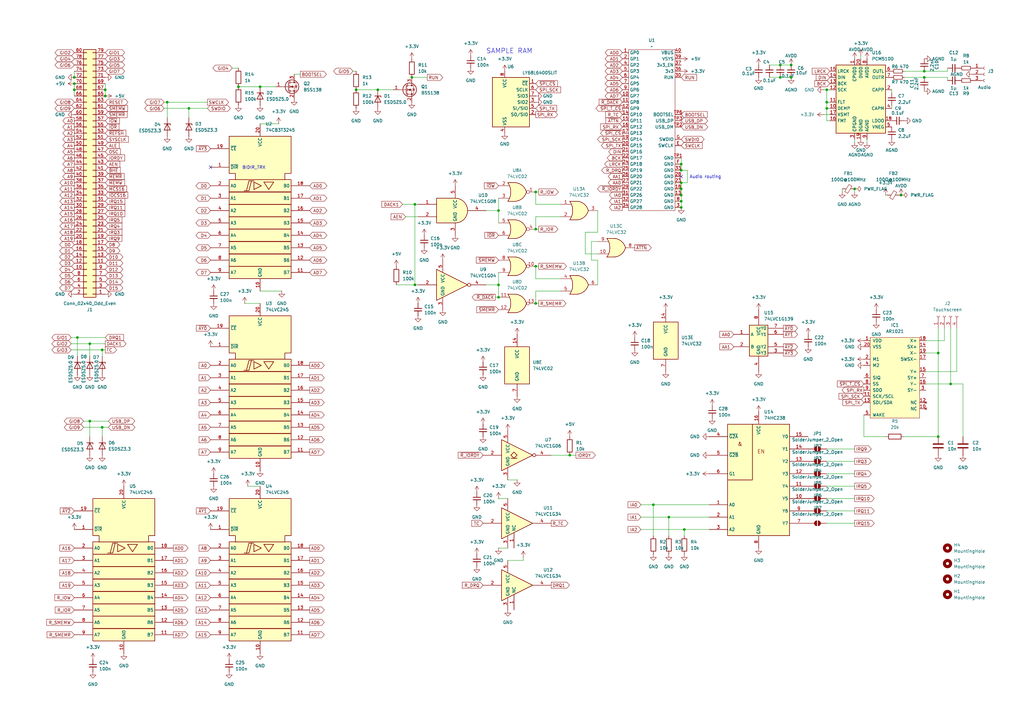
<source format=kicad_sch>
(kicad_sch (version 20231120) (generator "eeschema") (generator_version "8.0")
  (paper "A3")
  (junction (at 369.57 80.01))
  (junction (at 219.71 109.22))
  (junction (at 279.4 80.01))
  (junction (at 279.4 82.55))
  (junction (at 219.71 93.98))
  (junction (at 146.05 36.83))
  (junction (at 384.81 179.07))
  (junction (at 350.52 77.47))
  (junction (at 389.89 157.48))
  (junction (at 219.71 124.46))
  (junction (at 41.91 143.51))
  (junction (at 204.47 121.92))
  (junction (at 320.04 31.75))
  (junction (at 170.18 83.82))
  (junction (at 36.83 172.72))
  (junction (at 274.32 212.09))
  (junction (at 204.47 86.36))
  (junction (at 279.4 77.47))
  (junction (at 204.47 116.84))
  (junction (at 43.18 39.37))
  (junction (at 379.095 29.21))
  (junction (at 77.47 44.45))
  (junction (at 324.485 26.67))
  (junction (at 41.91 175.26))
  (junction (at 339.09 44.45))
  (junction (at 384.81 144.78))
  (junction (at 30.48 34.29))
  (junction (at 154.94 36.83))
  (junction (at 279.4 74.93))
  (junction (at 320.04 26.67))
  (junction (at 233.68 186.69))
  (junction (at 339.09 36.83))
  (junction (at 68.58 41.91))
  (junction (at 30.48 31.75))
  (junction (at 170.18 116.84))
  (junction (at 279.4 67.31))
  (junction (at 30.48 36.83))
  (junction (at 36.83 140.97))
  (junction (at 280.67 217.17))
  (junction (at 106.68 35.56))
  (junction (at 324.485 31.75))
  (junction (at 43.18 36.83))
  (junction (at 339.09 41.91))
  (junction (at 97.79 35.56))
  (junction (at 219.71 78.74))
  (junction (at 168.91 31.75))
  (junction (at 279.4 85.09))
  (junction (at 379.095 31.75))
  (junction (at 279.4 69.85))
  (junction (at 267.97 207.01))
  (junction (at 31.75 138.43))
  (no_connect (at 279.4 72.39))
  (no_connect (at 86.36 68.58))
  (wire (pts (xy 43.18 34.29) (xy 43.18 36.83)))
  (wire (pts (xy 30.48 34.29) (xy 30.48 36.83)))
  (wire (pts (xy 355.6 58.42) (xy 355.6 57.15)))
  (wire (pts (xy 389.89 157.48) (xy 394.97 157.48)))
  (wire (pts (xy 245.11 86.36) (xy 245.11 95.25)))
  (wire (pts (xy 345.44 77.47) (xy 345.44 78.74)))
  (wire (pts (xy 365.76 36.83) (xy 365.76 38.1)))
  (wire (pts (xy 353.06 22.86) (xy 353.06 24.13)))
  (wire (pts (xy 339.09 41.91) (xy 340.36 41.91)))
  (wire (pts (xy 68.58 41.91) (xy 85.09 41.91)))
  (wire (pts (xy 387.35 139.7) (xy 387.35 134.62)))
  (wire (pts (xy 36.83 172.72) (xy 44.45 172.72)))
  (wire (pts (xy 394.97 157.48) (xy 394.97 179.07)))
  (wire (pts (xy 120.65 30.48) (xy 123.19 30.48)))
  (wire (pts (xy 220.98 109.22) (xy 219.71 109.22)))
  (wire (pts (xy 379.095 31.75) (xy 388.62 31.75)))
  (wire (pts (xy 267.97 207.01) (xy 267.97 219.71)))
  (wire (pts (xy 219.71 109.22) (xy 219.71 114.3)))
  (wire (pts (xy 154.94 36.83) (xy 161.29 36.83)))
  (wire (pts (xy 41.91 175.26) (xy 41.91 179.07)))
  (wire (pts (xy 101.6 199.39) (xy 106.68 199.39)))
  (wire (pts (xy 365.76 43.18) (xy 365.76 44.45)))
  (wire (pts (xy 245.11 95.25) (xy 240.03 95.25)))
  (wire (pts (xy 219.71 119.38) (xy 219.71 124.46)))
  (wire (pts (xy 100.33 124.46) (xy 106.68 124.46)))
  (wire (pts (xy 281.94 74.93) (xy 279.4 74.93)))
  (wire (pts (xy 388.62 29.21) (xy 379.095 29.21)))
  (wire (pts (xy 274.32 212.09) (xy 274.32 219.71)))
  (wire (pts (xy 388.62 31.75) (xy 388.62 33.02)))
  (wire (pts (xy 219.71 88.9) (xy 219.71 93.98)))
  (wire (pts (xy 199.39 86.36) (xy 204.47 86.36)))
  (wire (pts (xy 245.11 106.68) (xy 245.11 116.84)))
  (wire (pts (xy 350.52 209.55) (xy 339.09 209.55)))
  (wire (pts (xy 214.63 228.6) (xy 214.63 229.87)))
  (wire (pts (xy 106.68 35.56) (xy 113.03 35.56)))
  (wire (pts (xy 29.21 143.51) (xy 41.91 143.51)))
  (wire (pts (xy 370.84 31.75) (xy 379.095 31.75)))
  (wire (pts (xy 388.62 27.94) (xy 388.62 29.21)))
  (wire (pts (xy 77.47 44.45) (xy 85.09 44.45)))
  (wire (pts (xy 34.29 175.26) (xy 41.91 175.26)))
  (wire (pts (xy 68.58 41.91) (xy 68.58 48.26)))
  (wire (pts (xy 97.79 35.56) (xy 106.68 35.56)))
  (wire (pts (xy 34.29 172.72) (xy 36.83 172.72)))
  (wire (pts (xy 214.63 229.87) (xy 208.28 229.87)))
  (wire (pts (xy 280.67 217.17) (xy 290.83 217.17)))
  (wire (pts (xy 29.21 140.97) (xy 36.83 140.97)))
  (wire (pts (xy 204.47 81.28) (xy 204.47 86.36)))
  (wire (pts (xy 41.91 143.51) (xy 43.18 143.51)))
  (wire (pts (xy 29.21 138.43) (xy 31.75 138.43)))
  (wire (pts (xy 369.57 80.01) (xy 368.935 80.01)))
  (wire (pts (xy 337.82 46.99) (xy 340.36 46.99)))
  (wire (pts (xy 67.31 44.45) (xy 77.47 44.45)))
  (wire (pts (xy 315.595 26.67) (xy 320.04 26.67)))
  (wire (pts (xy 240.03 95.25) (xy 240.03 104.14)))
  (wire (pts (xy 350.52 58.42) (xy 350.52 57.15)))
  (wire (pts (xy 389.89 134.62) (xy 389.89 157.48)))
  (wire (pts (xy 379.73 152.4) (xy 392.43 152.4)))
  (wire (pts (xy 106.68 50.8) (xy 114.3 50.8)))
  (wire (pts (xy 350.52 214.63) (xy 339.09 214.63)))
  (wire (pts (xy 204.47 86.36) (xy 204.47 91.44)))
  (wire (pts (xy 281.94 69.85) (xy 281.94 74.93)))
  (wire (pts (xy 245.11 106.68) (xy 242.57 106.68)))
  (wire (pts (xy 31.75 138.43) (xy 31.75 146.05)))
  (wire (pts (xy 77.47 44.45) (xy 77.47 48.26)))
  (wire (pts (xy 363.22 179.07) (xy 354.33 179.07)))
  (wire (pts (xy 279.4 80.01) (xy 279.4 82.55)))
  (wire (pts (xy 379.095 36.83) (xy 379.095 37.465)))
  (wire (pts (xy 350.52 189.23) (xy 339.09 189.23)))
  (wire (pts (xy 274.32 212.09) (xy 290.83 212.09)))
  (wire (pts (xy 220.98 93.98) (xy 219.71 93.98)))
  (wire (pts (xy 212.09 196.85) (xy 208.28 196.85)))
  (wire (pts (xy 175.26 31.75) (xy 168.91 31.75)))
  (wire (pts (xy 350.52 194.31) (xy 339.09 194.31)))
  (wire (pts (xy 363.22 80.01) (xy 363.855 80.01)))
  (wire (pts (xy 229.87 114.3) (xy 219.71 114.3)))
  (wire (pts (xy 242.57 106.68) (xy 242.57 99.06)))
  (wire (pts (xy 233.68 186.69) (xy 236.22 186.69)))
  (wire (pts (xy 170.18 83.82) (xy 170.18 116.84)))
  (wire (pts (xy 204.47 116.84) (xy 204.47 111.76)))
  (wire (pts (xy 279.4 74.93) (xy 279.4 77.47)))
  (wire (pts (xy 204.47 204.47) (xy 208.28 204.47)))
  (wire (pts (xy 350.52 204.47) (xy 339.09 204.47)))
  (wire (pts (xy 36.83 140.97) (xy 43.18 140.97)))
  (wire (pts (xy 354.33 179.07) (xy 354.33 170.18)))
  (wire (pts (xy 204.47 224.79) (xy 208.28 224.79)))
  (wire (pts (xy 392.43 152.4) (xy 392.43 134.62)))
  (wire (pts (xy 262.89 207.01) (xy 267.97 207.01)))
  (wire (pts (xy 203.2 121.92) (xy 204.47 121.92)))
  (wire (pts (xy 220.98 124.46) (xy 219.71 124.46)))
  (wire (pts (xy 67.31 41.91) (xy 68.58 41.91)))
  (wire (pts (xy 30.48 36.83) (xy 30.48 39.37)))
  (wire (pts (xy 279.4 64.77) (xy 279.4 67.31)))
  (wire (pts (xy 279.4 67.31) (xy 279.4 69.85)))
  (wire (pts (xy 262.89 217.17) (xy 280.67 217.17)))
  (wire (pts (xy 280.67 217.17) (xy 280.67 219.71)))
  (wire (pts (xy 339.09 44.45) (xy 340.36 44.45)))
  (wire (pts (xy 281.94 69.85) (xy 279.4 69.85)))
  (wire (pts (xy 115.57 119.38) (xy 106.68 119.38)))
  (wire (pts (xy 162.56 116.84) (xy 170.18 116.84)))
  (wire (pts (xy 146.05 29.21) (xy 144.78 29.21)))
  (wire (pts (xy 350.52 77.47) (xy 350.52 78.74)))
  (wire (pts (xy 350.52 199.39) (xy 339.09 199.39)))
  (wire (pts (xy 267.97 207.01) (xy 290.83 207.01)))
  (wire (pts (xy 170.18 83.82) (xy 171.45 83.82)))
  (wire (pts (xy 229.87 119.38) (xy 219.71 119.38)))
  (wire (pts (xy 165.1 83.82) (xy 170.18 83.82)))
  (wire (pts (xy 339.09 44.45) (xy 339.09 49.53)))
  (wire (pts (xy 324.485 26.67) (xy 320.04 26.67)))
  (wire (pts (xy 379.73 157.48) (xy 389.89 157.48)))
  (wire (pts (xy 337.82 36.83) (xy 339.09 36.83)))
  (wire (pts (xy 219.71 88.9) (xy 229.87 88.9)))
  (wire (pts (xy 36.83 172.72) (xy 36.83 179.07)))
  (wire (pts (xy 95.25 27.94) (xy 97.79 27.94)))
  (wire (pts (xy 320.04 31.75) (xy 324.485 31.75)))
  (wire (pts (xy 226.06 186.69) (xy 233.68 186.69)))
  (wire (pts (xy 36.83 140.97) (xy 36.83 146.05)))
  (wire (pts (xy 339.09 41.91) (xy 339.09 44.45)))
  (wire (pts (xy 199.39 116.84) (xy 204.47 116.84)))
  (wire (pts (xy 370.84 29.21) (xy 379.095 29.21)))
  (wire (pts (xy 41.91 143.51) (xy 41.91 146.05)))
  (wire (pts (xy 166.37 88.9) (xy 171.45 88.9)))
  (wire (pts (xy 219.71 78.74) (xy 219.71 83.82)))
  (wire (pts (xy 370.84 179.07) (xy 384.81 179.07)))
  (wire (pts (xy 339.09 36.83) (xy 339.09 41.91)))
  (wire (pts (xy 240.03 104.14) (xy 245.11 104.14)))
  (wire (pts (xy 229.87 83.82) (xy 219.71 83.82)))
  (wire (pts (xy 146.05 36.83) (xy 154.94 36.83)))
  (wire (pts (xy 41.91 175.26) (xy 44.45 175.26)))
  (wire (pts (xy 30.48 29.21) (xy 30.48 31.75)))
  (wire (pts (xy 170.18 116.84) (xy 171.45 116.84)))
  (wire (pts (xy 242.57 99.06) (xy 245.11 99.06)))
  (wire (pts (xy 315.595 31.75) (xy 320.04 31.75)))
  (wire (pts (xy 350.52 184.15) (xy 339.09 184.15)))
  (wire (pts (xy 220.98 78.74) (xy 219.71 78.74)))
  (wire (pts (xy 339.09 36.83) (xy 340.36 36.83)))
  (wire (pts (xy 279.4 77.47) (xy 279.4 80.01)))
  (wire (pts (xy 379.73 139.7) (xy 387.35 139.7)))
  (wire (pts (xy 279.4 82.55) (xy 279.4 85.09)))
  (wire (pts (xy 204.47 116.84) (xy 204.47 121.92)))
  (wire (pts (xy 31.75 138.43) (xy 43.18 138.43)))
  (wire (pts (xy 384.81 179.07) (xy 384.81 144.78)))
  (wire (pts (xy 339.09 49.53) (xy 340.36 49.53)))
  (wire (pts (xy 384.81 144.78) (xy 379.73 144.78)))
  (wire (pts (xy 43.18 36.83) (xy 43.18 39.37)))
  (wire (pts (xy 262.89 212.09) (xy 274.32 212.09)))
  (wire (pts (xy 384.81 134.62) (xy 384.81 144.78)))
  (text "Audio routing" (at 289.306 72.644 0) (effects (font (size 1.27 1.27))))
  (text "SAMPLE RAM" (at 199.39 22.225 0) (effects (font (size 2 2)) (justify left bottom)))
  (text "BIDIR_TRX" (at 99.314 69.596 0) (effects (font (size 1.27 1.27)) (justify left bottom)))
  (global_label "AA1" (shape output) (at 255.27 72.39 180) (property "Intersheetrefs" "${INTERSHEET_REFS}" (effects (hide yes))))
  (global_label "R_SMEMR" (shape output) (at 220.98 124.46 0) (property "Intersheetrefs" "${INTERSHEET_REFS}" (effects (hide yes))))
  (global_label "~{SMEMW}" (shape input) (at 204.47 106.68 180) (property "Intersheetrefs" "${INTERSHEET_REFS}" (effects (hide yes))))
  (global_label "D9" (shape bidirectional) (at 43.18 102.87 0) (property "Intersheetrefs" "${INTERSHEET_REFS}" (effects (hide yes))))
  (global_label "AD5" (shape output) (at 127 175.26 0) (property "Intersheetrefs" "${INTERSHEET_REFS}" (effects (hide yes))))
  (global_label "A18" (shape output) (at 30.48 95.25 180) (property "Intersheetrefs" "${INTERSHEET_REFS}" (effects (hide yes))))
  (global_label "GIO8" (shape bidirectional) (at 30.48 41.91 180) (property "Intersheetrefs" "${INTERSHEET_REFS}" (effects (hide yes))))
  (global_label "~{MCS16}" (shape input) (at 43.18 77.47 0) (property "Intersheetrefs" "${INTERSHEET_REFS}" (effects (hide yes))))
  (global_label "A6" (shape output) (at 30.48 64.77 180) (property "Intersheetrefs" "${INTERSHEET_REFS}" (effects (hide yes))))
  (global_label "SWCLK" (shape output) (at 85.09 41.91 0) (property "Intersheetrefs" "${INTERSHEET_REFS}" (effects (hide yes))))
  (global_label "~{SPI_CS}" (shape input) (at 219.71 34.29 0) (property "Intersheetrefs" "${INTERSHEET_REFS}" (effects (hide yes))))
  (global_label "AD0" (shape output) (at 71.12 224.79 0) (property "Intersheetrefs" "${INTERSHEET_REFS}" (effects (hide yes))))
  (global_label "AD1" (shape output) (at 127 154.94 0) (property "Intersheetrefs" "${INTERSHEET_REFS}" (effects (hide yes))))
  (global_label "BOOTSEL" (shape input) (at 279.4 46.99 0) (property "Intersheetrefs" "${INTERSHEET_REFS}" (effects (hide yes))))
  (global_label "IRQ5" (shape input) (at 43.18 90.17 0) (property "Intersheetrefs" "${INTERSHEET_REFS}" (effects (hide yes))))
  (global_label "R_DRQ" (shape output) (at 255.27 69.85 180) (property "Intersheetrefs" "${INTERSHEET_REFS}" (effects (hide yes))))
  (global_label "~{SMEMR}" (shape input) (at 43.18 46.99 0) (property "Intersheetrefs" "${INTERSHEET_REFS}" (effects (hide yes))))
  (global_label "SPI_TX" (shape input) (at 219.71 44.45 0) (property "Intersheetrefs" "${INTERSHEET_REFS}" (effects (hide yes))))
  (global_label "R_IOW" (shape input) (at 30.48 245.11 180) (property "Intersheetrefs" "${INTERSHEET_REFS}" (effects (hide yes))))
  (global_label "DIN" (shape output) (at 255.27 62.23 180) (property "Intersheetrefs" "${INTERSHEET_REFS}" (effects (hide yes))))
  (global_label "A17" (shape output) (at 30.48 92.71 180) (property "Intersheetrefs" "${INTERSHEET_REFS}" (effects (hide yes))))
  (global_label "D5" (shape bidirectional) (at 86.36 101.6 180) (property "Intersheetrefs" "${INTERSHEET_REFS}" (effects (hide yes))))
  (global_label "IRQ15" (shape input) (at 43.18 82.55 0) (property "Intersheetrefs" "${INTERSHEET_REFS}" (effects (hide yes))))
  (global_label "GIO6" (shape bidirectional) (at 30.48 26.67 180) (property "Intersheetrefs" "${INTERSHEET_REFS}" (effects (hide yes))))
  (global_label "~{IOR}" (shape input) (at 204.47 96.52 180) (property "Intersheetrefs" "${INTERSHEET_REFS}" (effects (hide yes))))
  (global_label "AD5" (shape bidirectional) (at 255.27 34.29 180) (property "Intersheetrefs" "${INTERSHEET_REFS}" (effects (hide yes))))
  (global_label "IRQ10" (shape input) (at 43.18 87.63 0) (property "Intersheetrefs" "${INTERSHEET_REFS}" (effects (hide yes))))
  (global_label "~{AY2}" (shape output) (at 321.31 142.24 0) (property "Intersheetrefs" "${INTERSHEET_REFS}" (effects (hide yes))))
  (global_label "A5" (shape input) (at 86.36 175.26 180) (property "Intersheetrefs" "${INTERSHEET_REFS}" (effects (hide yes))))
  (global_label "D6" (shape bidirectional) (at 30.48 115.57 180) (property "Intersheetrefs" "${INTERSHEET_REFS}" (effects (hide yes))))
  (global_label "A3" (shape input) (at 86.36 165.1 180) (property "Intersheetrefs" "${INTERSHEET_REFS}" (effects (hide yes))))
  (global_label "~{R_DACK}" (shape input) (at 255.27 41.91 180) (property "Intersheetrefs" "${INTERSHEET_REFS}" (effects (hide yes))))
  (global_label "A9" (shape output) (at 30.48 72.39 180) (property "Intersheetrefs" "${INTERSHEET_REFS}" (effects (hide yes))))
  (global_label "AEN" (shape input) (at 43.18 67.31 0) (property "Intersheetrefs" "${INTERSHEET_REFS}" (effects (hide yes))))
  (global_label "AA0" (shape output) (at 255.27 74.93 180) (property "Intersheetrefs" "${INTERSHEET_REFS}" (effects (hide yes))))
  (global_label "AD1" (shape bidirectional) (at 255.27 24.13 180) (property "Intersheetrefs" "${INTERSHEET_REFS}" (effects (hide yes))))
  (global_label "GIO6" (shape bidirectional) (at 67.31 44.45 180) (property "Intersheetrefs" "${INTERSHEET_REFS}" (effects (hide yes))))
  (global_label "IA2" (shape output) (at 255.27 85.09 180) (property "Intersheetrefs" "${INTERSHEET_REFS}" (effects (hide yes))))
  (global_label "SPI_RX" (shape input) (at 255.27 52.07 180) (property "Intersheetrefs" "${INTERSHEET_REFS}" (effects (hide yes))))
  (global_label "R_IOW" (shape output) (at 220.98 78.74 0) (property "Intersheetrefs" "${INTERSHEET_REFS}" (effects (hide yes))))
  (global_label "AD6" (shape bidirectional) (at 255.27 36.83 180) (property "Intersheetrefs" "${INTERSHEET_REFS}" (effects (hide yes))))
  (global_label "~{SPI_CS}" (shape output) (at 255.27 54.61 180) (property "Intersheetrefs" "${INTERSHEET_REFS}" (effects (hide yes))))
  (global_label "BCK" (shape output) (at 255.27 64.77 180) (property "Intersheetrefs" "${INTERSHEET_REFS}" (effects (hide yes))))
  (global_label "IA0" (shape output) (at 255.27 80.01 180) (property "Intersheetrefs" "${INTERSHEET_REFS}" (effects (hide yes))))
  (global_label "A1" (shape input) (at 86.36 154.94 180) (property "Intersheetrefs" "${INTERSHEET_REFS}" (effects (hide yes))))
  (global_label "~{REFSH}" (shape input) (at 43.18 54.61 0) (property "Intersheetrefs" "${INTERSHEET_REFS}" (effects (hide yes))))
  (global_label "D14" (shape bidirectional) (at 43.18 115.57 0) (property "Intersheetrefs" "${INTERSHEET_REFS}" (effects (hide yes))))
  (global_label "LRCK" (shape output) (at 255.27 67.31 180) (property "Intersheetrefs" "${INTERSHEET_REFS}" (effects (hide yes))))
  (global_label "AD0" (shape output) (at 127 224.79 0) (property "Intersheetrefs" "${INTERSHEET_REFS}" (effects (hide yes))))
  (global_label "GIO1" (shape bidirectional) (at 29.21 138.43 180) (property "Intersheetrefs" "${INTERSHEET_REFS}" (effects (hide yes))))
  (global_label "DRQ1" (shape input) (at 43.18 138.43 0) (property "Intersheetrefs" "${INTERSHEET_REFS}" (effects (hide yes))))
  (global_label "~{BHE}" (shape input) (at 43.18 69.85 0) (property "Intersheetrefs" "${INTERSHEET_REFS}" (effects (hide yes))))
  (global_label "D12" (shape bidirectional) (at 43.18 110.49 0) (property "Intersheetrefs" "${INTERSHEET_REFS}" (effects (hide yes))))
  (global_label "DACK1" (shape input) (at 165.1 83.82 180) (property "Intersheetrefs" "${INTERSHEET_REFS}" (effects (hide yes))))
  (global_label "~{MEMW}" (shape input) (at 43.18 74.93 0) (property "Intersheetrefs" "${INTERSHEET_REFS}" (effects (hide yes))))
  (global_label "SWCLK" (shape input) (at 279.4 59.69 0) (property "Intersheetrefs" "${INTERSHEET_REFS}" (effects (hide yes))))
  (global_label "D4" (shape bidirectional) (at 86.36 96.52 180) (property "Intersheetrefs" "${INTERSHEET_REFS}" (effects (hide yes))))
  (global_label "~{AY3}" (shape input) (at 86.36 60.96 180) (property "Intersheetrefs" "${INTERSHEET_REFS}" (effects (hide yes))))
  (global_label "A16" (shape output) (at 30.48 90.17 180) (property "Intersheetrefs" "${INTERSHEET_REFS}" (effects (hide yes))))
  (global_label "IRQ9" (shape output) (at 350.52 184.15 0) (property "Intersheetrefs" "${INTERSHEET_REFS}" (effects (hide yes))))
  (global_label "RUN" (shape output) (at 175.26 31.75 0) (property "Intersheetrefs" "${INTERSHEET_REFS}" (effects (hide yes))))
  (global_label "AD6" (shape bidirectional) (at 127 106.68 0) (property "Intersheetrefs" "${INTERSHEET_REFS}" (effects (hide yes))))
  (global_label "AD6" (shape output) (at 127 255.27 0) (property "Intersheetrefs" "${INTERSHEET_REFS}" (effects (hide yes))))
  (global_label "~{R_IORDY}" (shape output) (at 255.27 77.47 180) (property "Intersheetrefs" "${INTERSHEET_REFS}" (effects (hide yes))))
  (global_label "~{AY1}" (shape input) (at 86.36 209.55 180) (property "Intersheetrefs" "${INTERSHEET_REFS}" (effects (hide yes))))
  (global_label "~{R_DACK}" (shape output) (at 203.2 121.92 180) (property "Intersheetrefs" "${INTERSHEET_REFS}" (effects (hide yes))))
  (global_label "AD7" (shape bidirectional) (at 127 111.76 0) (property "Intersheetrefs" "${INTERSHEET_REFS}" (effects (hide yes))))
  (global_label "IRQ5" (shape output) (at 350.52 199.39 0) (property "Intersheetrefs" "${INTERSHEET_REFS}" (effects (hide yes))))
  (global_label "AD7" (shape output) (at 127 185.42 0) (property "Intersheetrefs" "${INTERSHEET_REFS}" (effects (hide yes))))
  (global_label "R_TC" (shape output) (at 226.06 214.63 0) (property "Intersheetrefs" "${INTERSHEET_REFS}" (effects (hide yes))))
  (global_label "R_TC" (shape input) (at 255.27 46.99 180) (property "Intersheetrefs" "${INTERSHEET_REFS}" (effects (hide yes))))
  (global_label "GIO5" (shape bidirectional) (at 144.78 29.21 180) (property "Intersheetrefs" "${INTERSHEET_REFS}" (effects (hide yes))))
  (global_label "D0" (shape bidirectional) (at 30.48 100.33 180) (property "Intersheetrefs" "${INTERSHEET_REFS}" (effects (hide yes))))
  (global_label "IA2" (shape input) (at 262.89 217.17 180) (property "Intersheetrefs" "${INTERSHEET_REFS}" (effects (hide yes))))
  (global_label "IRQ15" (shape output) (at 350.52 214.63 0) (property "Intersheetrefs" "${INTERSHEET_REFS}" (effects (hide yes))))
  (global_label "A8" (shape input) (at 86.36 224.79 180) (property "Intersheetrefs" "${INTERSHEET_REFS}" (effects (hide yes))))
  (global_label "GIO9" (shape bidirectional) (at 34.29 175.26 180) (property "Intersheetrefs" "${INTERSHEET_REFS}" (effects (hide yes))))
  (global_label "AD0" (shape bidirectional) (at 127 76.2 0) (property "Intersheetrefs" "${INTERSHEET_REFS}" (effects (hide yes))))
  (global_label "A2" (shape output) (at 30.48 54.61 180) (property "Intersheetrefs" "${INTERSHEET_REFS}" (effects (hide yes))))
  (global_label "LRCK" (shape input) (at 340.36 29.21 180) (property "Intersheetrefs" "${INTERSHEET_REFS}" (effects (hide yes))))
  (global_label "D7" (shape bidirectional) (at 86.36 111.76 180) (property "Intersheetrefs" "${INTERSHEET_REFS}" (effects (hide yes))))
  (global_label "A12" (shape output) (at 30.48 80.01 180) (property "Intersheetrefs" "${INTERSHEET_REFS}" (effects (hide yes))))
  (global_label "A15" (shape input) (at 86.36 260.35 180) (property "Intersheetrefs" "${INTERSHEET_REFS}" (effects (hide yes))))
  (global_label "R_SMEMW" (shape input) (at 30.48 255.27 180) (property "Intersheetrefs" "${INTERSHEET_REFS}" (effects (hide yes))))
  (global_label "~{AY2}" (shape input) (at 30.48 209.55 180) (property "Intersheetrefs" "${INTERSHEET_REFS}" (effects (hide yes))))
  (global_label "D3" (shape bidirectional) (at 86.36 91.44 180) (property "Intersheetrefs" "${INTERSHEET_REFS}" (effects (hide yes))))
  (global_label "AD2" (shape output) (at 127 234.95 0) (property "Intersheetrefs" "${INTERSHEET_REFS}" (effects (hide yes))))
  (global_label "AD1" (shape bidirectional) (at 127 81.28 0) (property "Intersheetrefs" "${INTERSHEET_REFS}" (effects (hide yes))))
  (global_label "A4" (shape output) (at 30.48 59.69 180) (property "Intersheetrefs" "${INTERSHEET_REFS}" (effects (hide yes))))
  (global_label "AD3" (shape output) (at 71.12 240.03 0) (property "Intersheetrefs" "${INTERSHEET_REFS}" (effects (hide yes))))
  (global_label "D2" (shape bidirectional) (at 86.36 86.36 180) (property "Intersheetrefs" "${INTERSHEET_REFS}" (effects (hide yes))))
  (global_label "A19" (shape input) (at 30.48 240.03 180) (property "Intersheetrefs" "${INTERSHEET_REFS}" (effects (hide yes))))
  (global_label "DACK1" (shape output) (at 43.18 140.97 0) (property "Intersheetrefs" "${INTERSHEET_REFS}" (effects (hide yes))))
  (global_label "D2" (shape bidirectional) (at 30.48 105.41 180) (property "Intersheetrefs" "${INTERSHEET_REFS}" (effects (hide yes))))
  (global_label "~{MEMR}" (shape input) (at 43.18 72.39 0) (property "Intersheetrefs" "${INTERSHEET_REFS}" (effects (hide yes))))
  (global_label "OSC" (shape input) (at 43.18 62.23 0) (property "Intersheetrefs" "${INTERSHEET_REFS}" (effects (hide yes))))
  (global_label "A14" (shape output) (at 30.48 85.09 180) (property "Intersheetrefs" "${INTERSHEET_REFS}" (effects (hide yes))))
  (global_label "~{ATTN}" (shape output) (at 260.35 101.6 0) (property "Intersheetrefs" "${INTERSHEET_REFS}" (effects (hide yes))))
  (global_label "AD2" (shape output) (at 71.12 234.95 0) (property "Intersheetrefs" "${INTERSHEET_REFS}" (effects (hide yes))))
  (global_label "AEN" (shape input) (at 166.37 88.9 180) (property "Intersheetrefs" "${INTERSHEET_REFS}" (effects (hide yes))))
  (global_label "SYSCLK" (shape input) (at 43.18 57.15 0) (property "Intersheetrefs" "${INTERSHEET_REFS}" (effects (hide yes))))
  (global_label "AD3" (shape bidirectional) (at 255.27 29.21 180) (property "Intersheetrefs" "${INTERSHEET_REFS}" (effects (hide yes))))
  (global_label "IRQ11" (shape input) (at 43.18 85.09 0) (property "Intersheetrefs" "${INTERSHEET_REFS}" (effects (hide yes))))
  (global_label "DRQ1" (shape output) (at 226.06 240.03 0) (property "Intersheetrefs" "${INTERSHEET_REFS}" (effects (hide yes))))
  (global_label "R_SMEMW" (shape output) (at 220.98 109.22 0) (property "Intersheetrefs" "${INTERSHEET_REFS}" (effects (hide yes))))
  (global_label "IRQ3" (shape output) (at 350.52 189.23 0) (property "Intersheetrefs" "${INTERSHEET_REFS}" (effects (hide yes))))
  (global_label "AD7" (shape bidirectional) (at 255.27 39.37 180) (property "Intersheetrefs" "${INTERSHEET_REFS}" (effects (hide yes))))
  (global_label "GIO5" (shape bidirectional) (at 43.18 26.67 0) (property "Intersheetrefs" "${INTERSHEET_REFS}" (effects (hide yes))))
  (global_label "AD3" (shape bidirectional) (at 127 91.44 0) (property "Intersheetrefs" "${INTERSHEET_REFS}" (effects (hide yes))))
  (global_label "AD4" (shape output) (at 127 245.11 0) (property "Intersheetrefs" "${INTERSHEET_REFS}" (effects (hide yes))))
  (global_label "D5" (shape bidirectional) (at 30.48 113.03 180) (property "Intersheetrefs" "${INTERSHEET_REFS}" (effects (hide yes))))
  (global_label "SPI_TX" (shape input) (at 354.33 165.1 180) (property "Intersheetrefs" "${INTERSHEET_REFS}" (effects (hide yes))))
  (global_label "A13" (shape output) (at 30.48 82.55 180) (property "Intersheetrefs" "${INTERSHEET_REFS}" (effects (hide yes))))
  (global_label "RUN" (shape input) (at 279.4 31.75 0) (property "Intersheetrefs" "${INTERSHEET_REFS}" (effects (hide yes))))
  (global_label "GIO3" (shape bidirectional) (at 29.21 143.51 180) (property "Intersheetrefs" "${INTERSHEET_REFS}" (effects (hide yes))))
  (global_label "A6" (shape input) (at 86.36 180.34 180) (property "Intersheetrefs" "${INTERSHEET_REFS}" (effects (hide yes))))
  (global_label "AD0" (shape bidirectional) (at 255.27 21.59 180) (property "Intersheetrefs" "${INTERSHEET_REFS}" (effects (hide yes))))
  (global_label "A1" (shape output) (at 30.48 52.07 180) (property "Intersheetrefs" "${INTERSHEET_REFS}" (effects (hide yes))))
  (global_label "A10" (shape output) (at 30.48 74.93 180) (property "Intersheetrefs" "${INTERSHEET_REFS}" (effects (hide yes))))
  (global_label "SPI_RX" (shape output) (at 354.33 160.02 180) (property "Intersheetrefs" "${INTERSHEET_REFS}" (effects (hide yes))))
  (global_label "IA1" (shape input) (at 262.89 212.09 180) (property "Intersheetrefs" "${INTERSHEET_REFS}" (effects (hide yes))))
  (global_label "A19" (shape output) (at 30.48 97.79 180) (property "Intersheetrefs" "${INTERSHEET_REFS}" (effects (hide yes))))
  (global_label "AD3" (shape output) (at 127 165.1 0) (property "Intersheetrefs" "${INTERSHEET_REFS}" (effects (hide yes))))
  (global_label "IORDY" (shape output) (at 236.22 186.69 0) (property "Intersheetrefs" "${INTERSHEET_REFS}" (effects (hide yes))))
  (global_label "~{SPI_T_CS}" (shape input) (at 354.33 157.48 180) (property "Intersheetrefs" "${INTERSHEET_REFS}" (effects (hide yes))))
  (global_label "~{SMEMR}" (shape input) (at 204.47 127 180) (property "Intersheetrefs" "${INTERSHEET_REFS}" (effects (hide yes))))
  (global_label "GIO9" (shape bidirectional) (at 30.48 44.45 180) (property "Intersheetrefs" "${INTERSHEET_REFS}" (effects (hide yes))))
  (global_label "A11" (shape output) (at 30.48 77.47 180) (property "Intersheetrefs" "${INTERSHEET_REFS}" (effects (hide yes))))
  (global_label "GIO1" (shape bidirectional) (at 43.18 21.59 0) (property "Intersheetrefs" "${INTERSHEET_REFS}" (effects (hide yes))))
  (global_label "R_SMEMR" (shape input) (at 30.48 260.35 180) (property "Intersheetrefs" "${INTERSHEET_REFS}" (effects (hide yes))))
  (global_label "SPI_SCK" (shape input) (at 219.71 36.83 0) (property "Intersheetrefs" "${INTERSHEET_REFS}" (effects (hide yes))))
  (global_label "AD1" (shape output) (at 71.12 229.87 0) (property "Intersheetrefs" "${INTERSHEET_REFS}" (effects (hide yes))))
  (global_label "A14" (shape input) (at 86.36 255.27 180) (property "Intersheetrefs" "${INTERSHEET_REFS}" (effects (hide yes))))
  (global_label "~{AY0}" (shape input) (at 86.36 134.62 180) (property "Intersheetrefs" "${INTERSHEET_REFS}" (effects (hide yes))))
  (global_label "A3" (shape output) (at 30.48 57.15 180) (property "Intersheetrefs" "${INTERSHEET_REFS}" (effects (hide yes))))
  (global_label "~{AY3}" (shape output) (at 321.31 144.78 0) (property "Intersheetrefs" "${INTERSHEET_REFS}" (effects (hide yes))))
  (global_label "D4" (shape bidirectional) (at 30.48 110.49 180) (property "Intersheetrefs" "${INTERSHEET_REFS}" (effects (hide yes))))
  (global_label "~{AY0}" (shape output) (at 321.31 134.62 0) (property "Intersheetrefs" "${INTERSHEET_REFS}" (effects (hide yes))))
  (global_label "BOOTSEL" (shape output) (at 123.19 30.48 0) (property "Intersheetrefs" "${INTERSHEET_REFS}" (effects (hide yes))))
  (global_label "USB_DP" (shape bidirectional) (at 44.45 172.72 0) (property "Intersheetrefs" "${INTERSHEET_REFS}" (effects (hide yes))))
  (global_label "AD2" (shape bidirectional) (at 255.27 26.67 180) (property "Intersheetrefs" "${INTERSHEET_REFS}" (effects (hide yes))))
  (global_label "DIN" (shape input) (at 340.36 31.75 180) (property "Intersheetrefs" "${INTERSHEET_REFS}" (effects (hide yes))))
  (global_label "SWDIO" (shape bidirectional) (at 279.4 57.15 0) (property "Intersheetrefs" "${INTERSHEET_REFS}" (effects (hide yes))))
  (global_label "A0" (shape input) (at 86.36 149.86 180) (property "Intersheetrefs" "${INTERSHEET_REFS}" (effects (hide yes))))
  (global_label "D13" (shape bidirectional) (at 43.18 113.03 0) (property "Intersheetrefs" "${INTERSHEET_REFS}" (effects (hide yes))))
  (global_label "D6" (shape bidirectional) (at 86.36 106.68 180) (property "Intersheetrefs" "${INTERSHEET_REFS}" (effects (hide yes))))
  (global_label "IRQ10" (shape output) (at 350.52 204.47 0) (property "Intersheetrefs" "${INTERSHEET_REFS}" (effects (hide yes))))
  (global_label "AD5" (shape output) (at 127 250.19 0) (property "Intersheetrefs" "${INTERSHEET_REFS}" (effects (hide yes))))
  (global_label "~{AY1}" (shape output) (at 321.31 137.16 0) (property "Intersheetrefs" "${INTERSHEET_REFS}" (effects (hide yes))))
  (global_label "SPI_RX" (shape output) (at 219.71 46.99 0) (property "Intersheetrefs" "${INTERSHEET_REFS}" (effects (hide yes))))
  (global_label "IA0" (shape input) (at 262.89 207.01 180) (property "Intersheetrefs" "${INTERSHEET_REFS}" (effects (hide yes))))
  (global_label "D7" (shape bidirectional) (at 30.48 118.11 180) (property "Intersheetrefs" "${INTERSHEET_REFS}" (effects (hide yes))))
  (global_label "D1" (shape bidirectional) (at 30.48 102.87 180) (property "Intersheetrefs" "${INTERSHEET_REFS}" (effects (hide yes))))
  (global_label "GIO7" (shape bidirectional) (at 43.18 29.21 0) (property "Intersheetrefs" "${INTERSHEET_REFS}" (effects (hide yes))))
  (global_label "A17" (shape input) (at 30.48 229.87 180) (property "Intersheetrefs" "${INTERSHEET_REFS}" (effects (hide yes))))
  (global_label "GIO4" (shape bidirectional) (at 30.48 24.13 180) (property "Intersheetrefs" "${INTERSHEET_REFS}" (effects (hide yes))))
  (global_label "GIO2" (shape bidirectional) (at 30.48 21.59 180) (property "Intersheetrefs" "${INTERSHEET_REFS}" (effects (hide yes))))
  (global_label "AD1" (shape output) (at 127 229.87 0) (property "Intersheetrefs" "${INTERSHEET_REFS}" (effects (hide yes))))
  (global_label "~{IOW}" (shape input) (at 204.47 76.2 180) (property "Intersheetrefs" "${INTERSHEET_REFS}" (effects (hide yes))))
  (global_label "A4" (shape input) (at 86.36 170.18 180) (property "Intersheetrefs" "${INTERSHEET_REFS}" (effects (hide yes))))
  (global_label "AD6" (shape output) (at 127 180.34 0) (property "Intersheetrefs" "${INTERSHEET_REFS}" (effects (hide yes))))
  (global_label "RESET" (shape bidirectional) (at 43.18 41.91 0) (property "Intersheetrefs" "${INTERSHEET_REFS}" (effects (hide yes))))
  (global_label "GIO7" (shape bidirectional) (at 67.31 41.91 180) (property "Intersheetrefs" "${INTERSHEET_REFS}" (effects (hide yes))))
  (global_label "~{SPI_T_CS}" (shape output) (at 255.27 44.45 180) (property "Intersheetrefs" "${INTERSHEET_REFS}" (effects (hide yes))))
  (global_label "IRQ11" (shape output) (at 350.52 209.55 0) (property "Intersheetrefs" "${INTERSHEET_REFS}" (effects (hide yes))))
  (global_label "SPI_SCK" (shape output) (at 255.27 57.15 180) (property "Intersheetrefs" "${INTERSHEET_REFS}" (effects (hide yes))))
  (global_label "D3" (shape bidirectional) (at 30.48 107.95 180) (property "Intersheetrefs" "${INTERSHEET_REFS}" (effects (hide yes))))
  (global_label "~{IOW}" (shape input) (at 43.18 49.53 0) (property "Intersheetrefs" "${INTERSHEET_REFS}" (effects (hide yes))))
  (global_label "AD4" (shape bidirectional) (at 255.27 31.75 180) (property "Intersheetrefs" "${INTERSHEET_REFS}" (effects (hide yes))))
  (global_label "A10" (shape input) (at 86.36 234.95 180) (property "Intersheetrefs" "${INTERSHEET_REFS}" (effects (hide yes))))
  (global_label "USB_DN" (shape bidirectional) (at 279.4 52.07 0) (property "Intersheetrefs" "${INTERSHEET_REFS}" (effects (hide yes))))
  (global_label "A12" (shape input) (at 86.36 245.11 180) (property "Intersheetrefs" "${INTERSHEET_REFS}" (effects (hide yes))))
  (global_label "IRQ4" (shape output) (at 350.52 194.31 0) (property "Intersheetrefs" "${INTERSHEET_REFS}" (effects (hide yes))))
  (global_label "AD2" (shape bidirectional) (at 127 86.36 0) (property "Intersheetrefs" "${INTERSHEET_REFS}" (effects (hide yes))))
  (global_label "SPI_TX" (shape output) (at 255.27 59.69 180) (property "Intersheetrefs" "${INTERSHEET_REFS}" (effects (hide yes))))
  (global_label "AD2" (shape output) (at 127 160.02 0) (property "Intersheetrefs" "${INTERSHEET_REFS}" (effects (hide yes))))
  (global_label "D15" (shape bidirectional) (at 43.18 118.11 0) (property "Intersheetrefs" "${INTERSHEET_REFS}" (effects (hide yes))))
  (global_label "R_IOR" (shape output) (at 220.98 93.98 0) (property "Intersheetrefs" "${INTERSHEET_REFS}" (effects (hide yes))))
  (global_label "A7" (shape output) (at 30.48 67.31 180) (property "Intersheetrefs" "${INTERSHEET_REFS}" (effects (hide yes))))
  (global_label "SPI_SCK" (shape input) (at 354.33 162.56 180) (property "Intersheetrefs" "${INTERSHEET_REFS}" (effects (hide yes))))
  (global_label "A0" (shape output) (at 30.48 49.53 180) (property "Intersheetrefs" "${INTERSHEET_REFS}" (effects (hide yes))))
  (global_label "AD4" (shape output) (at 127 170.18 0) (property "Intersheetrefs" "${INTERSHEET_REFS}" (effects (hide yes))))
  (global_label "AD3" (shape output) (at 127 240.03 0) (property "Intersheetrefs" "${INTERSHEET_REFS}" (effects (hide yes))))
  (global_label "ALE" (shape input) (at 43.18 59.69 0) (property "Intersheetrefs" "${INTERSHEET_REFS}" (effects (hide yes))))
  (global_label "A15" (shape output) (at 30.48 87.63 180) (property "Intersheetrefs" "${INTERSHEET_REFS}" (effects (hide yes))))
  (global_label "~{ATTN}" (shape input) (at 255.27 49.53 180) (property "Intersheetrefs" "${INTERSHEET_REFS}" (effects (hide yes))))
  (global_label "USB_DN" (shape bidirectional) (at 44.45 175.26 0) (property "Intersheetrefs" "${INTERSHEET_REFS}" (effects (hide yes))))
  (global_label "~{IOR}" (shape input) (at 43.18 52.07 0) (property "Intersheetrefs" "${INTERSHEET_REFS}" (effects (hide yes))))
  (global_label "IRQ3" (shape input) (at 43.18 95.25 0) (property "Intersheetrefs" "${INTERSHEET_REFS}" (effects (hide yes))))
  (global_label "A2" (shape input) (at 86.36 160.02 180) (property "Intersheetrefs" "${INTERSHEET_REFS}" (effects (hide yes))))
  (global_label "GIO2" (shape bidirectional) (at 29.21 140.97 180) (property "Intersheetrefs" "${INTERSHEET_REFS}" (effects (hide yes))))
  (global_label "BCK" (shape input) (at 340.36 34.29 180) (property "Intersheetrefs" "${INTERSHEET_REFS}" (effects (hide yes))))
  (global_label "A18" (shape input) (at 30.48 234.95 180) (property "Intersheetrefs" "${INTERSHEET_REFS}" (effects (hide yes))))
  (global_label "A5" (shape output) (at 30.48 62.23 180) (property "Intersheetrefs" "${INTERSHEET_REFS}" (effects (hide yes))))
  (global_label "A9" (shape input) (at 86.36 229.87 180) (property "Intersheetrefs" "${INTERSHEET_REFS}" (effects (hide yes))))
  (global_label "D8" (shape bidirectional) (at 43.18 100.33 0) (property "Intersheetrefs" "${INTERSHEET_REFS}" (effects (hide yes))))
  (global_label "D1" (shape bidirectional) (at 86.36 81.28 180) (property "Intersheetrefs" "${INTERSHEET_REFS}" (effects (hide yes))))
  (global_label "A8" (shape output) (at 30.48 69.85 180) (property "Intersheetrefs" "${INTERSHEET_REFS}" (effects (hide yes))))
  (global_label "GIO3" (shape bidirectional) (at 43.18 24.13 0) (property "Intersheetrefs" "${INTERSHEET_REFS}" (effects (hide yes))))
  (global_label "AD6" (shape output) (at 71.12 255.27 0) (property "Intersheetrefs" "${INTERSHEET_REFS}" (effects (hide yes))))
  (global_label "GIO8" (shape bidirectional) (at 34.29 172.72 180) (property "Intersheetrefs" "${INTERSHEET_REFS}" (effects (hide yes))))
  (global_label "TC" (shape output) (at 43.18 143.51 0) (property "Intersheetrefs" "${INTERSHEET_REFS}" (effects (hide yes))))
  (global_label "SWDIO" (shape bidirectional) (at 85.09 44.45 0) (property "Intersheetrefs" "${INTERSHEET_REFS}" (effects (hide yes))))
  (global_label "~{R_IORDY}" (shape input) (at 198.12 186.69 180) (property "Intersheetrefs" "${INTERSHEET_REFS}" (effects (hide yes))))
  (global_label "AD0" (shape output) (at 127 149.86 0) (property "Intersheetrefs" "${INTERSHEET_REFS}" (effects (hide yes))))
  (global_label "A11" (shape input) (at 86.36 240.03 180) (property "Intersheetrefs" "${INTERSHEET_REFS}" (effects (hide yes))))
  (global_label "IRQ4" (shape input) (at 43.18 92.71 0) (property "Intersheetrefs" "${INTERSHEET_REFS}" (effects (hide yes))))
  (global_label "R_IOR" (shape input) (at 30.48 250.19 180) (property "Intersheetrefs" "${INTERSHEET_REFS}" (effects (hide yes))))
  (global_label "R_DRQ" (shape input) (at 198.12 240.03 180) (property "Intersheetrefs" "${INTERSHEET_REFS}" (effects (hide yes))))
  (global_label "~{IOCS16}" (shape input) (at 43.18 80.01 0) (property "Intersheetrefs" "${INTERSHEET_REFS}" (effects (hide yes))))
  (global_label "AD4" (shape bidirectional) (at 127 96.52 0) (property "Intersheetrefs" "${INTERSHEET_REFS}" (effects (hide yes))))
  (global_label "TC" (shape input) (at 198.12 214.63 180) (property "Intersheetrefs" "${INTERSHEET_REFS}" (effects (hide yes))))
  (global_label "AD5" (shape bidirectional) (at 127 101.6 0) (property "Intersheetrefs" "${INTERSHEET_REFS}" (effects (hide yes))))
  (global_label "AD4" (shape output) (at 71.12 245.11 0) (property "Intersheetrefs" "${INTERSHEET_REFS}" (effects (hide yes))))
  (global_label "A13" (shape input) (at 86.36 250.19 180) (property "Intersheetrefs" "${INTERSHEET_REFS}" (effects (hide yes))))
  (global_label "GIO4" (shape bidirectional) (at 95.25 27.94 180) (property "Intersheetrefs" "${INTERSHEET_REFS}" (effects (hide yes))))
  (global_label "USB_DP" (shape bidirectional) (at 279.4 49.53 0) (property "Intersheetrefs" "${INTERSHEET_REFS}" (effects (hide yes))))
  (global_label "A7" (shape input) (at 86.36 185.42 180) (property "Intersheetrefs" "${INTERSHEET_REFS}" (effects (hide yes))))
  (global_label "IORDY" (shape input) (at 43.18 64.77 0) (property "Intersheetrefs" "${INTERSHEET_REFS}" (effects (hide yes))))
  (global_label "AD7" (shape output) (at 71.12 260.35 0) (property "Intersheetrefs" "${INTERSHEET_REFS}" (effects (hide yes))))
  (global_label "IA1" (shape output) (at 255.27 82.55 180) (property "Intersheetrefs" "${INTERSHEET_REFS}" (effects (hide yes))))
  (global_label "D0" (shape bidirectional) (at 86.36 76.2 180) (property "Intersheetrefs" "${INTERSHEET_REFS}" (effects (hide yes))))
  (global_label "AA0" (shape input) (at 300.99 137.16 180) (property "Intersheetrefs" "${INTERSHEET_REFS}" (effects (hide yes))))
  (global_label "~{SMEMW}" (shape input) (at 43.18 44.45 0) (property "Intersheetrefs" "${INTERSHEET_REFS}" (effects (hide yes))))
  (global_label "D11" (shape bidirectional) (at 43.18 107.95 0) (property "Intersheetrefs" "${INTERSHEET_REFS}" (effects (hide yes))))
  (global_label "AA1" (shape input) (at 300.99 142.24 180) (property "Intersheetrefs" "${INTERSHEET_REFS}" (effects (hide yes))))
  (global_label "AD7" (shape output) (at 127 260.35 0) (property "Intersheetrefs" "${INTERSHEET_REFS}" (effects (hide yes))))
  (global_label "D10" (shape bidirectional) (at 43.18 105.41 0) (property "Intersheetrefs" "${INTERSHEET_REFS}" (effects (hide yes))))
  (global_label "A16" (shape input) (at 30.48 224.79 180) (property "Intersheetrefs" "${INTERSHEET_REFS}" (effects (hide yes))))
  (global_label "AD5" (shape output) (at 71.12 250.19 0) (property "Intersheetrefs" "${INTERSHEET_REFS}" (effects (hide yes))))
  (global_label "IRQ9" (shape input) (at 43.18 97.79 0) (property "Intersheetrefs" "${INTERSHEET_REFS}" (effects (hide yes))))
  (symbol (lib_id "74xGxx:74LVC1G34") (at 213.36 240.03 0) (unit 1)
    (property "Reference" "U12" (at 224.79 233.7114 0))
    (property "Value" "74LVC1G34" (at 224.79 236.2514 0))
    (property "Footprint" "Package_TO_SOT_SMD:SOT-23-5" (effects (hide yes)))
    (property "Datasheet" "https://www.ti.com/lit/ds/symlink/sn74lvc1g34.pdf" (effects (hide yes)))
    (property "Description" "Single Buffer Gate, Low-Voltage CMOS" (effects (hide yes)))
    (property "MPN" "C840096" (effects (hide yes)))
  )
  (symbol (lib_id "power:GND") (at 370.84 49.53 90) (unit 1)
    (property "Reference" "#PWR062" (effects (hide yes)))
    (property "Value" "GND" (at 374.015 49.53 90) (effects (justify right)))
  )
  (symbol (lib_id "74xx:74LS02") (at 212.09 109.22 0) (unit 3)
    (property "Reference" "U8" (at 212.09 100.33 0))
    (property "Value" "74LVC02" (at 212.09 102.87 0))
    (property "Footprint" "Package_SO:TSSOP-14_4.4x5mm_P0.65mm" (effects (hide yes)))
    (property "Datasheet" "http://www.ti.com/lit/gpn/sn74ls02" (effects (hide yes)))
    (property "Description" "quad 2-input NOR gate" (effects (hide yes)))
    (property "MPN" "C75069" (effects (hide yes)))
  )
  (symbol (lib_id "power:+3.3V") (at 359.41 127 0) (unit 1)
    (property "Reference" "#PWR0107" (effects (hide yes)))
    (property "Value" "+3.3V" (at 359.41 121.92 0))
    (property "Description" "Power symbol creates a global label with name \"+3.3V\"" (effects (hide yes)))
  )
  (symbol (lib_name "+3.3V_2") (lib_id "power:+3.3V") (at 354.33 139.7 90) (unit 1)
    (property "Reference" "#PWR040" (effects (hide yes)))
    (property "Value" "+3.3V" (at 350.52 139.6999 90) (effects (justify left)))
    (property "Description" "Power symbol creates a global label with name \"+3.3V\"" (effects (hide yes)))
  )
  (symbol (lib_id "Mechanical:MountingHole") (at 388.62 243.84 0) (unit 1) (exclude_from_sim yes) (in_bom no)
    (property "Reference" "H1" (at 391.16 242.5699 0) (effects (justify left)))
    (property "Value" "MountingHole" (at 391.16 245.1099 0) (effects (justify left)))
    (property "Footprint" "MountingHole:MountingHole_2.7mm_M2.5_ISO14580_Pad" (effects (hide yes)))
    (property "Description" "Mounting Hole without connection" (effects (hide yes)))
  )
  (symbol (lib_id "74xx:74LS32") (at 237.49 86.36 0) (unit 1)
    (property "Reference" "U13" (at 237.49 77.47 0))
    (property "Value" "74LVC32" (at 237.49 80.01 0))
    (property "Footprint" "Package_SO:TSSOP-14_4.4x5mm_P0.65mm" (effects (hide yes)))
    (property "Datasheet" "http://www.ti.com/lit/gpn/sn74LS32" (effects (hide yes)))
    (property "Description" "Quad 2-input OR" (effects (hide yes)))
    (property "MPN" "C352974" (effects (hide yes)))
  )
  (symbol (lib_id "power:GND") (at 97.79 43.18 0) (unit 1)
    (property "Reference" "#PWR076" (effects (hide yes)))
    (property "Value" "GND" (at 97.79 48.26 0))
    (property "Description" "Power symbol creates a global label with name \"GND\" , ground" (effects (hide yes)))
  )
  (symbol (lib_name "+3.3V_1") (lib_id "power:+3.3V") (at 30.48 217.17 0) (unit 1)
    (property "Reference" "#PWR026" (effects (hide yes)))
    (property "Value" "+3.3V" (at 30.48 212.09 0))
    (property "Description" "Power symbol creates a global label with name \"+3.3V\"" (effects (hide yes)))
  )
  (symbol (lib_name "+3.3V_3") (lib_id "power:+3.3V") (at 353.06 22.86 0) (unit 1)
    (property "Reference" "#PWR057" (effects (hide yes)))
    (property "Value" "+3.3V" (at 353.06 17.78 0))
    (property "Description" "Power symbol creates a global label with name \"+3.3V\"" (effects (hide yes)))
  )
  (symbol (lib_id "power:GND") (at 171.45 129.54 0) (unit 1)
    (property "Reference" "#PWR092" (effects (hide yes)))
    (property "Value" "GND" (at 171.45 134.62 0))
    (property "Description" "Power symbol creates a global label with name \"GND\" , ground" (effects (hide yes)))
  )
  (symbol (lib_id "PiGUS library:AGND") (at 350.52 78.74 0) (unit 1)
    (property "Reference" "#PWR0120" (effects (hide yes)))
    (property "Value" "AGND" (at 350.52 83.82 0))
  )
  (symbol (lib_id "PiGUS library:AGND") (at 379.095 37.465 90) (unit 1)
    (property "Reference" "#PWR064" (effects (hide yes)))
    (property "Value" "AGND" (at 382.27 37.465 90) (effects (justify right)))
  )
  (symbol (lib_id "power:GND") (at 354.33 142.24 270) (unit 1)
    (property "Reference" "#PWR039" (effects (hide yes)))
    (property "Value" "GND" (at 350.52 142.2399 90) (effects (justify right)))
    (property "Description" "Power symbol creates a global label with name \"GND\" , ground" (effects (hide yes)))
  )
  (symbol (lib_id "Device:C_Small") (at 324.485 29.21 0) (unit 1)
    (property "Reference" "C6" (at 327.025 27.94 0) (effects (justify left)))
    (property "Value" "10uF" (at 326.39 29.9339 0) (effects (justify left)))
    (property "Footprint" "Capacitor_SMD:C_0805_2012Metric" (effects (hide yes)))
    (property "MPN" "C1713" (effects (hide yes)))
  )
  (symbol (lib_id "power:GND") (at 195.58 207.01 0) (unit 1)
    (property "Reference" "#PWR0102" (effects (hide yes)))
    (property "Value" "GND" (at 195.58 212.09 0))
    (property "Description" "Power symbol creates a global label with name \"GND\" , ground" (effects (hide yes)))
  )
  (symbol (lib_id "power:GND") (at 280.67 227.33 0) (unit 1)
    (property "Reference" "#PWR015" (effects (hide yes)))
    (property "Value" "GND" (at 280.67 232.41 0))
  )
  (symbol (lib_name "+3.3V_1") (lib_id "power:+3.3V") (at 101.6 199.39 0) (unit 1)
    (property "Reference" "#PWR023" (effects (hide yes)))
    (property "Value" "+3.3V" (at 101.6 194.31 0))
    (property "Description" "Power symbol creates a global label with name \"+3.3V\"" (effects (hide yes)))
  )
  (symbol (lib_id "power:GND") (at 30.48 46.99 270) (mirror x) (unit 1)
    (property "Reference" "#PWR03" (effects (hide yes)))
    (property "Value" "GND" (at 26.67 46.9899 90) (effects (justify right)))
    (property "Description" "Power symbol creates a global label with name \"GND\" , ground" (effects (hide yes)))
  )
  (symbol (lib_id "power:GND") (at 43.18 120.65 90) (unit 1)
    (property "Reference" "#PWR07" (effects (hide yes)))
    (property "Value" "GND" (at 46.99 120.6499 90) (effects (justify right)))
    (property "Description" "Power symbol creates a global label with name \"GND\" , ground" (effects (hide yes)))
  )
  (symbol (lib_id "power:GND") (at 115.57 119.38 0) (unit 1)
    (property "Reference" "#PWR038" (effects (hide yes)))
    (property "Value" "GND" (at 115.57 124.46 0))
    (property "Description" "Power symbol creates a global label with name \"GND\" , ground" (effects (hide yes)))
  )
  (symbol (lib_id "Device:C") (at 394.97 182.88 0) (unit 1)
    (property "Reference" "C2" (at 398.78 181.6099 0) (effects (justify left)))
    (property "Value" "10n" (at 398.78 184.1499 0) (effects (justify left)))
    (property "Footprint" "Capacitor_SMD:C_0603_1608Metric" (effects (hide yes)))
    (property "Description" "Unpolarized capacitor" (effects (hide yes)))
    (property "MPN" "C376807" (effects (hide yes)))
  )
  (symbol (lib_id "Device:R") (at 97.79 39.37 180) (unit 1)
    (property "Reference" "R15" (at 100.33 38.0999 0) (effects (justify right)))
    (property "Value" "100k" (at 100.33 40.6399 0) (effects (justify right)))
    (property "Footprint" "Resistor_SMD:R_0402_1005Metric" (effects (hide yes)))
    (property "Description" "Resistor" (effects (hide yes)))
    (property "MPN" "C176119" (effects (hide yes)))
  )
  (symbol (lib_id "power:+3.3V") (at 195.58 227.33 0) (unit 1)
    (property "Reference" "#PWR0103" (effects (hide yes)))
    (property "Value" "+3.3V" (at 195.58 222.25 0))
    (property "Description" "Power symbol creates a global label with name \"+3.3V\"" (effects (hide yes)))
  )
  (symbol (lib_name "+3.3V_1") (lib_id "power:+3.3V") (at 100.33 124.46 0) (unit 1)
    (property "Reference" "#PWR022" (effects (hide yes)))
    (property "Value" "+3.3V" (at 100.33 119.38 0))
    (property "Description" "Power symbol creates a global label with name \"+3.3V\"" (effects (hide yes)))
  )
  (symbol (lib_id "power:GND") (at 311.15 152.4 0) (unit 1)
    (property "Reference" "#PWR048" (effects (hide yes)))
    (property "Value" "GND" (at 311.15 157.48 0))
    (property "Description" "Power symbol creates a global label with name \"GND\" , ground" (effects (hide yes)))
  )
  (symbol (lib_name "+3.3V_1") (lib_id "power:+3.3V") (at 311.15 168.91 0) (unit 1)
    (property "Reference" "#PWR019" (effects (hide yes)))
    (property "Value" "+3.3V" (at 311.15 163.83 0))
    (property "Description" "Power symbol creates a global label with name \"+3.3V\"" (effects (hide yes)))
  )
  (symbol (lib_id "power:GND") (at 212.09 196.85 0) (unit 1)
    (property "Reference" "#PWR033" (effects (hide yes)))
    (property "Value" "GND" (at 212.09 201.93 0))
    (property "Description" "Power symbol creates a global label with name \"GND\" , ground" (effects (hide yes)))
  )
  (symbol (lib_id "74xx:74LS32") (at 237.49 116.84 0) (unit 2)
    (property "Reference" "U13" (at 237.49 107.95 0))
    (property "Value" "74LVC32" (at 237.49 110.49 0))
    (property "Footprint" "Package_SO:TSSOP-14_4.4x5mm_P0.65mm" (effects (hide yes)))
    (property "Datasheet" "http://www.ti.com/lit/gpn/sn74LS32" (effects (hide yes)))
    (property "Description" "Quad 2-input OR" (effects (hide yes)))
    (property "MPN" "C352974" (effects (hide yes)))
  )
  (symbol (lib_id "74xx:74LS32") (at 273.05 139.7 0) (unit 5)
    (property "Reference" "U13" (at 279.4 138.4299 0) (effects (justify left)))
    (property "Value" "74LVC32" (at 279.4 140.9699 0) (effects (justify left)))
    (property "Footprint" "Package_SO:TSSOP-14_4.4x5mm_P0.65mm" (effects (hide yes)))
    (property "Datasheet" "http://www.ti.com/lit/gpn/sn74LS32" (effects (hide yes)))
    (property "Description" "Quad 2-input OR" (effects (hide yes)))
    (property "MPN" "C352974" (effects (hide yes)))
  )
  (symbol (lib_id "power:GND") (at 311.15 31.75 0) (unit 1)
    (property "Reference" "#PWR050" (effects (hide yes)))
    (property "Value" "GND" (at 311.15 36.195 0))
  )
  (symbol (lib_id "power:GND") (at 106.68 267.97 0) (unit 1)
    (property "Reference" "#PWR036" (effects (hide yes)))
    (property "Value" "GND" (at 106.68 273.05 0))
    (property "Description" "Power symbol creates a global label with name \"GND\" , ground" (effects (hide yes)))
  )
  (symbol (lib_id "74xGxx:74LVC1G08") (at 186.69 86.36 0) (unit 1)
    (property "Reference" "U10" (at 198.12 80.0414 0))
    (property "Value" "74LVC1G08" (at 198.12 82.5814 0))
    (property "Footprint" "Package_TO_SOT_SMD:SOT-23-5" (effects (hide yes)))
    (property "Datasheet" "https://www.ti.com/lit/ds/symlink/sn74lvc1g08.pdf" (effects (hide yes)))
    (property "Description" "Single AND Gate, Low-Voltage CMOS" (effects (hide yes)))
    (property "MPN" "C434068" (effects (hide yes)))
  )
  (symbol (lib_id "Device:R_Small") (at 368.3 31.75 90) (unit 1)
    (property "Reference" "R7" (at 367.03 33.655 90))
    (property "Value" "470" (at 370.84 33.655 90))
    (property "Footprint" "Resistor_SMD:R_0402_1005Metric" (effects (hide yes)))
    (property "MPN" "C3015779" (effects (hide yes)))
  )
  (symbol (lib_id "power:GND") (at 41.91 186.69 0) (unit 1)
    (property "Reference" "#PWR083" (effects (hide yes)))
    (property "Value" "GND" (at 41.91 191.77 0))
    (property "Description" "Power symbol creates a global label with name \"GND\" , ground" (effects (hide yes)))
  )
  (symbol (lib_id "74xx:74LS02") (at 212.09 124.46 0) (unit 4)
    (property "Reference" "U8" (at 212.09 115.57 0))
    (property "Value" "74LVC02" (at 212.09 118.11 0))
    (property "Footprint" "Package_SO:TSSOP-14_4.4x5mm_P0.65mm" (effects (hide yes)))
    (property "Datasheet" "http://www.ti.com/lit/gpn/sn74ls02" (effects (hide yes)))
    (property "Description" "quad 2-input NOR gate" (effects (hide yes)))
    (property "MPN" "C75069" (effects (hide yes)))
  )
  (symbol (lib_id "Device:FerriteBead_Small") (at 347.98 77.47 90) (unit 1)
    (property "Reference" "FB1" (at 347.9419 71.12 90))
    (property "Value" "100Ω@100MHz" (at 347.9419 73.66 90))
    (property "Footprint" "Inductor_SMD:L_0805_2012Metric" (effects (hide yes)))
    (property "MPN" "C124102" (effects (hide yes)))
  )
  (symbol (lib_id "Device:C_Small") (at 379.095 26.67 0) (unit 1)
    (property "Reference" "C10" (at 384.175 26.67 90))
    (property "Value" "2.2nF" (at 382.27 26.67 90))
    (property "Footprint" "Capacitor_SMD:C_0603_1608Metric" (effects (hide yes)))
    (property "MPN" "C107082" (effects (hide yes)))
  )
  (symbol (lib_id "power:+5V") (at 279.4 24.13 270) (unit 1)
    (property "Reference" "#PWR069" (effects (hide yes)))
    (property "Value" "+5V" (at 283.21 24.1299 90) (effects (justify left)))
    (property "Description" "Power symbol creates a global label with name \"+5V\"" (effects (hide yes)))
  )
  (symbol (lib_id "power:GND") (at 267.97 227.33 0) (unit 1)
    (property "Reference" "#PWR013" (effects (hide yes)))
    (property "Value" "GND" (at 267.97 232.41 0))
  )
  (symbol (lib_id "power:GND") (at 30.48 31.75 270) (unit 1)
    (property "Reference" "#PWR01" (effects (hide yes)))
    (property "Value" "GND" (at 26.67 31.7499 90) (effects (justify right)))
    (property "Description" "Power symbol creates a global label with name \"GND\" , ground" (effects (hide yes)))
  )
  (symbol (lib_id "Transistor_FET:BSS138") (at 166.37 36.83 0) (unit 1)
    (property "Reference" "Q1" (at 172.72 35.5599 0) (effects (justify left)))
    (property "Value" "BSS138" (at 172.72 38.0999 0) (effects (justify left)))
    (property "Footprint" "Package_TO_SOT_SMD:SOT-23" (effects (hide yes)))
    (property "Datasheet" "https://www.onsemi.com/pub/Collateral/BSS138-D.PDF" (effects (hide yes)))
    (property "Description" "50V Vds, 0.22A Id, N-Channel MOSFET, SOT-23" (effects (hide yes)))
    (property "MPN" "C5337205" (effects (hide yes)))
  )
  (symbol (lib_id "power:GND") (at 354.33 149.86 270) (unit 1)
    (property "Reference" "#PWR042" (effects (hide yes)))
    (property "Value" "GND" (at 350.52 149.8599 90) (effects (justify right)))
    (property "Description" "Power symbol creates a global label with name \"GND\" , ground" (effects (hide yes)))
  )
  (symbol (lib_id "power:+3.3V") (at 87.63 119.38 0) (unit 1)
    (property "Reference" "#PWR0115" (effects (hide yes)))
    (property "Value" "+3.3V" (at 87.63 114.3 0))
    (property "Description" "Power symbol creates a global label with name \"+3.3V\"" (effects (hide yes)))
  )
  (symbol (lib_id "power:GND") (at 120.65 40.64 0) (unit 1)
    (property "Reference" "#PWR079" (effects (hide yes)))
    (property "Value" "GND" (at 120.65 45.72 0))
    (property "Description" "Power symbol creates a global label with name \"GND\" , ground" (effects (hide yes)))
  )
  (symbol (lib_name "+3.3V_3") (lib_id "power:+3.3V") (at 337.82 46.99 90) (unit 1)
    (property "Reference" "#PWR054" (effects (hide yes)))
    (property "Value" "+3.3V" (at 334.01 46.9899 90) (effects (justify left)))
    (property "Description" "Power symbol creates a global label with name \"+3.3V\"" (effects (hide yes)))
  )
  (symbol (lib_id "Device:R") (at 146.05 33.02 0) (unit 1)
    (property "Reference" "R13" (at 148.59 31.7499 0) (effects (justify left)))
    (property "Value" "1k" (at 148.59 34.2899 0) (effects (justify left)))
    (property "Footprint" "Resistor_SMD:R_0402_1005Metric" (effects (hide yes)))
    (property "Description" "Resistor" (effects (hide yes)))
    (property "MPN" "C3152105" (effects (hide yes)))
  )
  (symbol (lib_id "PICO_W:PICO_W") (at 267.97 90.17 0) (unit 1) (in_bom no)
    (property "Reference" "U1" (at 267.335 16.51 0))
    (property "Value" "~" (at 267.335 19.05 0))
    (property "Footprint" "libs:MODULE_SC0918" (effects (hide yes)))
  )
  (symbol (lib_id "power:GND") (at 260.35 143.51 0) (unit 1)
    (property "Reference" "#PWR098" (effects (hide yes)))
    (property "Value" "GND" (at 260.35 148.59 0))
    (property "Description" "Power symbol creates a global label with name \"GND\" , ground" (effects (hide yes)))
  )
  (symbol (lib_id "Device:C_Small") (at 195.58 204.47 0) (unit 1)
    (property "Reference" "C20" (at 198.12 203.2062 0) (effects (justify left)))
    (property "Value" "100n" (at 198.12 205.7462 0) (effects (justify left)))
    (property "Footprint" "Capacitor_SMD:C_0201_0603Metric" (effects (hide yes)))
    (property "Description" "Unpolarized capacitor, small symbol" (effects (hide yes)))
    (property "MPN" "C5142565" (effects (hide yes)))
  )
  (symbol (lib_id "Device:C_Small") (at 173.99 99.06 0) (unit 1)
    (property "Reference" "C16" (at 176.53 97.7962 0) (effects (justify left)))
    (property "Value" "100n" (at 176.53 100.3362 0) (effects (justify left)))
    (property "Footprint" "Capacitor_SMD:C_0201_0603Metric" (effects (hide yes)))
    (property "Description" "Unpolarized capacitor, small symbol" (effects (hide yes)))
    (property "MPN" "C5142565" (effects (hide yes)))
  )
  (symbol (lib_id "power:GND") (at 384.81 186.69 0) (unit 1)
    (property "Reference" "#PWR043" (effects (hide yes)))
    (property "Value" "GND" (at 384.81 191.77 0))
    (property "Description" "Power symbol creates a global label with name \"GND\" , ground" (effects (hide yes)))
  )
  (symbol (lib_id "power:+3.3V") (at 193.04 22.86 0) (unit 1)
    (property "Reference" "#PWR090" (effects (hide yes)))
    (property "Value" "+3.3V" (at 193.04 17.78 0))
    (property "Description" "Power symbol creates a global label with name \"+3.3V\"" (effects (hide yes)))
  )
  (symbol (lib_id "Mechanical:MountingHole") (at 388.62 224.79 0) (unit 1) (exclude_from_sim yes) (in_bom no)
    (property "Reference" "H4" (at 391.16 223.5199 0) (effects (justify left)))
    (property "Value" "MountingHole" (at 391.16 226.0599 0) (effects (justify left)))
    (property "Footprint" "MountingHole:MountingHole_2.7mm_M2.5_ISO14580_Pad" (effects (hide yes)))
    (property "Description" "Mounting Hole without connection" (effects (hide yes)))
  )
  (symbol (lib_id "Jumper:SolderJumper_2_Open") (at 335.28 189.23 0) (unit 1) (exclude_from_sim yes) (in_bom no)
    (property "Reference" "JP2" (at 335.28 182.88 0))
    (property "Value" "SolderJumper_2_Open" (at 335.28 185.42 0))
    (property "Footprint" "Jumper:SolderJumper-2_P1.3mm_Open_TrianglePad1.0x1.5mm" (effects (hide yes)))
    (property "Description" "Solder Jumper, 2-pole, open" (effects (hide yes)))
  )
  (symbol (lib_id "Transistor_FET:BSS138") (at 118.11 35.56 0) (unit 1)
    (property "Reference" "Q2" (at 124.46 34.2899 0) (effects (justify left)))
    (property "Value" "BSS138" (at 124.46 36.8299 0) (effects (justify left)))
    (property "Footprint" "Package_TO_SOT_SMD:SOT-23" (effects (hide yes)))
    (property "Datasheet" "https://www.onsemi.com/pub/Collateral/BSS138-D.PDF" (effects (hide yes)))
    (property "Description" "50V Vds, 0.22A Id, N-Channel MOSFET, SOT-23" (effects (hide yes)))
    (property "MPN" "C5337205" (effects (hide yes)))
  )
  (symbol (lib_id "power:+5V") (at 233.68 179.07 0) (unit 1)
    (property "Reference" "#PWR012" (effects (hide yes)))
    (property "Value" "+5V" (at 233.68 173.99 0))
    (property "Description" "Power symbol creates a global label with name \"+5V\"" (effects (hide yes)))
  )
  (symbol (lib_name "+3.3V_1") (lib_id "power:+3.3V") (at 208.28 176.53 0) (unit 1)
    (property "Reference" "#PWR028" (effects (hide yes)))
    (property "Value" "+3.3V" (at 208.28 171.45 0))
    (property "Description" "Power symbol creates a global label with name \"+3.3V\"" (effects (hide yes)))
  )
  (symbol (lib_id "power:GND") (at 212.09 162.56 0) (unit 1)
    (property "Reference" "#PWR034" (effects (hide yes)))
    (property "Value" "GND" (at 212.09 167.64 0))
    (property "Description" "Power symbol creates a global label with name \"GND\" , ground" (effects (hide yes)))
  )
  (symbol (lib_id "PiGUS library:AVDD") (at 324.485 26.67 0) (unit 1)
    (property "Reference" "#PWR051" (effects (hide yes)))
    (property "Value" "AVDD" (at 324.485 22.86 0))
  )
  (symbol (lib_id "74xGxx:74LVC1G06") (at 213.36 186.69 0) (unit 1)
    (property "Reference" "U7" (at 224.79 180.3714 0))
    (property "Value" "74LVC1G06" (at 224.79 182.9114 0))
    (property "Footprint" "Package_TO_SOT_SMD:SOT-23-5" (effects (hide yes)))
    (property "Datasheet" "http://www.ti.com/lit/sg/scyt129e/scyt129e.pdf" (effects (hide yes)))
    (property "Description" "Single NOT Gate, Open Drain, Low-Voltage CMOS" (effects (hide yes)))
    (property "MPN" "C840103" (effects (hide yes)))
  )
  (symbol (lib_id "Device:C_Small") (at 87.63 196.85 0) (unit 1)
    (property "Reference" "C26" (at 90.17 195.5862 0) (effects (justify left)))
    (property "Value" "100n" (at 90.17 198.1262 0) (effects (justify left)))
    (property "Footprint" "Capacitor_SMD:C_0201_0603Metric" (effects (hide yes)))
    (property "Description" "Unpolarized capacitor, small symbol" (effects (hide yes)))
    (property "MPN" "C5142565" (effects (hide yes)))
  )
  (symbol (lib_id "74xx_IEEE:74LS245") (at 106.68 88.9 0) (unit 1)
    (property "Reference" "U2" (at 108.8741 50.8 0) (effects (justify left)))
    (property "Value" "74CB3T3245" (at 108.8741 53.34 0) (effects (justify left)))
    (property "Footprint" "Package_SO:TSSOP-20_4.4x6.5mm_P0.65mm" (effects (hide yes)))
    (property "MPN" "C1547227" (effects (hide yes)))
  )
  (symbol (lib_name "+3.3V_4") (lib_id "power:+3.3V") (at 207.01 29.21 0) (unit 1)
    (property "Reference" "#PWR08" (effects (hide yes)))
    (property "Value" "+3.3V" (at 207.01 24.13 0))
    (property "Description" "Power symbol creates a global label with name \"+3.3V\"" (effects (hide yes)))
  )
  (symbol (lib_id "power:+3.3V") (at 260.35 138.43 0) (unit 1)
    (property "Reference" "#PWR097" (effects (hide yes)))
    (property "Value" "+3.3V" (at 260.35 133.35 0))
    (property "Description" "Power symbol creates a global label with name \"+3.3V\"" (effects (hide yes)))
  )
  (symbol (lib_id "Device:R_Small") (at 396.24 27.94 90) (unit 1)
    (property "Reference" "R8" (at 396.24 22.86 90))
    (property "Value" "1k" (at 396.24 25.4 90))
    (property "Footprint" "Resistor_SMD:R_0402_1005Metric" (effects (hide yes)))
    (property "Description" "Resistor, small symbol" (effects (hide yes)))
    (property "MPN" "C3152105" (effects (hide yes)))
  )
  (symbol (lib_id "Device:C_Small") (at 193.04 25.4 0) (unit 1)
    (property "Reference" "C14" (at 195.58 24.1362 0) (effects (justify left)))
    (property "Value" "100n" (at 195.58 26.6762 0) (effects (justify left)))
    (property "Footprint" "Capacitor_SMD:C_0201_0603Metric" (effects (hide yes)))
    (property "Description" "Unpolarized capacitor, small symbol" (effects (hide yes)))
    (property "MPN" "C5142565" (effects (hide yes)))
  )
  (symbol (lib_id "power:PWR_FLAG") (at 369.57 80.01 270) (unit 1)
    (property "Reference" "#FLG02" (effects (hide yes)))
    (property "Value" "PWR_FLAG" (at 373.38 80.01 90) (effects (justify left)))
  )
  (symbol (lib_id "Connector_Generic:Conn_02x40_Odd_Even") (at 38.1 72.39 180) (unit 1) (in_bom no)
    (property "Reference" "J1" (at 36.83 127 0))
    (property "Value" "Conn_02x40_Odd_Even" (at 36.83 124.46 0))
    (property "Footprint" "libs:XKB Male 80P 0.5P" (effects (hide yes)))
    (property "Description" "Generic connector, double row, 02x40, odd/even pin numbering scheme (row 1 odd numbers, row 2 even numbers), script generated (kicad-library-utils/schlib/autogen/connector/)" (effects (hide yes)))
  )
  (symbol (lib_id "power:GND") (at 36.83 186.69 0) (unit 1)
    (property "Reference" "#PWR082" (effects (hide yes)))
    (property "Value" "GND" (at 36.83 191.77 0))
    (property "Description" "Power symbol creates a global label with name \"GND\" , ground" (effects (hide yes)))
  )
  (symbol (lib_id "power:+5V") (at 43.18 39.37 270) (unit 1)
    (property "Reference" "#PWR06" (effects (hide yes)))
    (property "Value" "+5V" (at 46.99 39.3699 90) (effects (justify left)))
    (property "Description" "Power symbol creates a global label with name \"+5V\"" (effects (hide yes)))
  )
  (symbol (lib_id "Device:R_Small") (at 368.3 29.21 90) (unit 1)
    (property "Reference" "R6" (at 367.03 27.305 90))
    (property "Value" "470" (at 370.84 27.305 90))
    (property "Footprint" "Resistor_SMD:R_0402_1005Metric" (effects (hide yes)))
    (property "MPN" "C3015779" (effects (hide yes)))
  )
  (symbol (lib_id "Device:R") (at 162.56 113.03 0) (unit 1)
    (property "Reference" "R10" (at 165.1 111.7599 0) (effects (justify left)))
    (property "Value" "100k" (at 165.1 114.2999 0) (effects (justify left)))
    (property "Footprint" "Resistor_SMD:R_0402_1005Metric" (effects (hide yes)))
    (property "MPN" "C176119" (effects (hide yes)))
  )
  (symbol (lib_name "+3.3V_1") (lib_id "power:+3.3V") (at 50.8 199.39 0) (unit 1)
    (property "Reference" "#PWR025" (effects (hide yes)))
    (property "Value" "+3.3V" (at 50.8 194.31 0))
    (property "Description" "Power symbol creates a global label with name \"+3.3V\"" (effects (hide yes)))
  )
  (symbol (lib_id "Diode:ESD5Zxx") (at 31.75 149.86 270) (unit 1)
    (property "Reference" "D9" (at 27.686 146.558 90) (effects (justify left)))
    (property "Value" "ESD5Z5.0" (at 28.956 147.828 0) (effects (justify left)))
    (property "Footprint" "Diode_SMD:D_SOD-523" (effects (hide yes)))
    (property "Datasheet" "https://www.onsemi.com/pdf/datasheet/esd5z2.5t1-d.pdf" (effects (hide yes)))
    (property "Description" "ESD Protection Diode, SOD-523" (effects (hide yes)))
    (property "MPN" "C475685" (effects (hide yes)))
  )
  (symbol (lib_id "power:GND") (at 274.32 227.33 0) (unit 1)
    (property "Reference" "#PWR014" (effects (hide yes)))
    (property "Value" "GND" (at 274.32 232.41 0))
  )
  (symbol (lib_id "power:GND") (at 50.8 267.97 0) (unit 1)
    (property "Reference" "#PWR035" (effects (hide yes)))
    (property "Value" "GND" (at 50.8 273.05 0))
    (property "Description" "Power symbol creates a global label with name \"GND\" , ground" (effects (hide yes)))
  )
  (symbol (lib_id "power:GND") (at 41.91 153.67 0) (unit 1)
    (property "Reference" "#PWR084" (effects (hide yes)))
    (property "Value" "GND" (at 41.91 158.75 0))
    (property "Description" "Power symbol creates a global label with name \"GND\" , ground" (effects (hide yes)))
  )
  (symbol (lib_id "power:GND") (at 43.18 31.75 90) (unit 1)
    (property "Reference" "#PWR05" (effects (hide yes)))
    (property "Value" "GND" (at 46.99 31.7499 90) (effects (justify right)))
    (property "Description" "Power symbol creates a global label with name \"GND\" , ground" (effects (hide yes)))
  )
  (symbol (lib_id "power:GND") (at 181.61 127 0) (unit 1)
    (property "Reference" "#PWR068" (effects (hide yes)))
    (property "Value" "GND" (at 181.61 132.08 0))
    (property "Description" "Power symbol creates a global label with name \"GND\" , ground" (effects (hide yes)))
  )
  (symbol (lib_id "power:GND") (at 36.83 153.67 0) (unit 1)
    (property "Reference" "#PWR085" (effects (hide yes)))
    (property "Value" "GND" (at 36.83 158.75 0))
    (property "Description" "Power symbol creates a global label with name \"GND\" , ground" (effects (hide yes)))
  )
  (symbol (lib_id "power:+3.3V") (at 93.98 270.51 0) (unit 1)
    (property "Reference" "#PWR0111" (effects (hide yes)))
    (property "Value" "+3.3V" (at 93.98 265.43 0))
    (property "Description" "Power symbol creates a global label with name \"+3.3V\"" (effects (hide yes)))
  )
  (symbol (lib_id "Connector:Conn_01x03_Socket") (at 403.86 30.48 0) (unit 1) (in_bom no)
    (property "Reference" "J3" (at 405.13 29.2099 0) (effects (justify left)))
    (property "Value" "Audio" (at 401.066 35.814 0) (effects (justify left)))
    (property "Footprint" "Connector_Molex:Molex_PicoBlade_53261-0371_1x03-1MP_P1.25mm_Horizontal" (effects (hide yes)))
    (property "Description" "Generic connector, single row, 01x03, script generated" (effects (hide yes)))
  )
  (symbol (lib_name "+3.3V_1") (lib_id "power:+3.3V") (at 186.69 76.2 0) (unit 1)
    (property "Reference" "#PWR087" (effects (hide yes)))
    (property "Value" "+3.3V" (at 186.69 71.12 0))
    (property "Description" "Power symbol creates a global label with name \"+3.3V\"" (effects (hide yes)))
  )
  (symbol (lib_id "Diode:ESD5Zxx") (at 106.68 39.37 270) (unit 1)
    (property "Reference" "D2" (at 109.22 38.0999 90) (effects (justify left)))
    (property "Value" "ESD5Z5.0" (at 109.22 40.6399 90) (effects (justify left)))
    (property "Footprint" "Diode_SMD:D_SOD-523" (effects (hide yes)))
    (property "Datasheet" "https://www.onsemi.com/pdf/datasheet/esd5z2.5t1-d.pdf" (effects (hide yes)))
    (property "Description" "ESD Protection Diode, SOD-523" (effects (hide yes)))
    (property "MPN" "C475685" (effects (hide yes)))
  )
  (symbol (lib_id "Diode:ESD5Zxx") (at 36.83 182.88 270) (unit 1)
    (property "Reference" "D5" (at 31.496 181.864 90) (effects (justify left)))
    (property "Value" "ESD5Z3.3" (at 25.146 184.404 90) (effects (justify left)))
    (property "Footprint" "Diode_SMD:D_SOD-523" (effects (hide yes)))
    (property "Datasheet" "https://www.onsemi.com/pdf/datasheet/esd5z2.5t1-d.pdf" (effects (hide yes)))
    (property "Description" "ESD Protection Diode, SOD-523" (effects (hide yes)))
    (property "MPN" "C475684" (effects (hide yes)))
  )
  (symbol (lib_id "power:GND") (at 31.75 153.67 0) (unit 1)
    (property "Reference" "#PWR086" (effects (hide yes)))
    (property "Value" "GND" (at 31.75 158.75 0))
    (property "Description" "Power symbol creates a global label with name \"GND\" , ground" (effects (hide yes)))
  )
  (symbol (lib_name "+3.3V_3") (lib_id "power:+3.3V") (at 311.15 26.67 0) (unit 1)
    (property "Reference" "#PWR049" (effects (hide yes)))
    (property "Value" "+3.3V" (at 311.15 21.59 0))
    (property "Description" "Power symbol creates a global label with name \"+3.3V\"" (effects (hide yes)))
  )
  (symbol (lib_id "power:GND") (at 207.01 54.61 0) (unit 1)
    (property "Reference" "#PWR09" (effects (hide yes)))
    (property "Value" "GND" (at 207.01 59.055 0))
  )
  (symbol (lib_id "Device:C_Small") (at 38.1 273.05 0) (unit 1)
    (property "Reference" "C24" (at 40.64 271.7862 0) (effects (justify left)))
    (property "Value" "100n" (at 40.64 274.3262 0) (effects (justify left)))
    (property "Footprint" "Capacitor_SMD:C_0201_0603Metric" (effects (hide yes)))
    (property "Description" "Unpolarized capacitor, small symbol" (effects (hide yes)))
    (property "MPN" "C5142565" (effects (hide yes)))
  )
  (symbol (lib_id "power:+3.3V") (at 198.12 148.59 0) (unit 1)
    (property "Reference" "#PWR095" (effects (hide yes)))
    (property "Value" "+3.3V" (at 198.12 143.51 0))
    (property "Description" "Power symbol creates a global label with name \"+3.3V\"" (effects (hide yes)))
  )
  (symbol (lib_id "Diode:ESD5Zxx") (at 68.58 52.07 270) (unit 1)
    (property "Reference" "D4" (at 63.246 51.054 90) (effects (justify left)))
    (property "Value" "ESD5Z3.3" (at 56.896 53.594 90) (effects (justify left)))
    (property "Footprint" "Diode_SMD:D_SOD-523" (effects (hide yes)))
    (property "Datasheet" "https://www.onsemi.com/pdf/datasheet/esd5z2.5t1-d.pdf" (effects (hide yes)))
    (property "Description" "ESD Protection Diode, SOD-523" (effects (hide yes)))
    (property "MPN" "C475684" (effects (hide yes)))
  )
  (symbol (lib_id "Device:C_Small") (at 320.04 29.21 180) (unit 1)
    (property "Reference" "C5" (at 320.675 25.4 0))
    (property "Value" "0.1uF" (at 323.215 31.115 0))
    (property "Footprint" "Capacitor_SMD:C_0402_1005Metric" (effects (hide yes)))
    (property "MPN" "C361203" (effects (hide yes)))
  )
  (symbol (lib_id "power:GND") (at 193.04 27.94 0) (unit 1)
    (property "Reference" "#PWR089" (effects (hide yes)))
    (property "Value" "GND" (at 193.04 33.02 0))
    (property "Description" "Power symbol creates a global label with name \"GND\" , ground" (effects (hide yes)))
  )
  (symbol (lib_id "power:GND") (at 106.68 43.18 0) (unit 1)
    (property "Reference" "#PWR077" (effects (hide yes)))
    (property "Value" "GND" (at 106.68 48.26 0))
    (property "Description" "Power symbol creates a global label with name \"GND\" , ground" (effects (hide yes)))
  )
  (symbol (lib_id "Device:C_Small") (at 391.16 33.02 90) (unit 1)
    (property "Reference" "C13" (at 391.16 38.354 90))
    (property "Value" "1µ" (at 391.16 36.068 90))
    (property "Footprint" "Capacitor_SMD:C_1206_3216Metric" (effects (hide yes)))
    (property "Description" "Unpolarized capacitor, small symbol" (effects (hide yes)))
    (property "MPN" "C444884" (effects (hide yes)))
  )
  (symbol (lib_id "power:GND") (at 219.71 41.91 90) (unit 1)
    (property "Reference" "#PWR011" (effects (hide yes)))
    (property "Value" "GND" (at 226.695 41.91 90) (effects (justify left)))
  )
  (symbol (lib_id "Device:C_Small") (at 365.76 40.64 0) (unit 1)
    (property "Reference" "C7" (at 368.3 39.3763 0) (effects (justify left)))
    (property "Value" "2.2uF" (at 368.3 41.9163 0) (effects (justify left)))
    (property "Footprint" "Capacitor_SMD:C_0402_1005Metric" (effects (hide yes)))
    (property "MPN" "C385032" (effects (hide yes)))
  )
  (symbol (lib_id "Device:C_Small") (at 331.47 139.7 0) (unit 1)
    (property "Reference" "C22" (at 334.01 138.4362 0) (effects (justify left)))
    (property "Value" "100n" (at 334.01 140.9762 0) (effects (justify left)))
    (property "Footprint" "Capacitor_SMD:C_0201_0603Metric" (effects (hide yes)))
    (property "Description" "Unpolarized capacitor, small symbol" (effects (hide yes)))
    (property "MPN" "C5142565" (effects (hide yes)))
  )
  (symbol (lib_id "PiGUS library:AGND") (at 324.485 31.75 0) (unit 1)
    (property "Reference" "#PWR052" (effects (hide yes)))
    (property "Value" "AGND" (at 324.485 36.83 0))
  )
  (symbol (lib_id "power:+3.3V") (at 38.1 270.51 0) (unit 1)
    (property "Reference" "#PWR0109" (effects (hide yes)))
    (property "Value" "+3.3V" (at 38.1 265.43 0))
    (property "Description" "Power symbol creates a global label with name \"+3.3V\"" (effects (hide yes)))
  )
  (symbol (lib_id "Jumper:SolderJumper_2_Open") (at 335.28 209.55 0) (unit 1) (exclude_from_sim yes) (in_bom no)
    (property "Reference" "JP6" (at 335.28 203.2 0))
    (property "Value" "SolderJumper_2_Open" (at 335.28 205.74 0))
    (property "Footprint" "Jumper:SolderJumper-2_P1.3mm_Open_TrianglePad1.0x1.5mm" (effects (hide yes)))
    (property "Description" "Solder Jumper, 2-pole, open" (effects (hide yes)))
  )
  (symbol (lib_id "74xx:74LS02") (at 212.09 149.86 0) (unit 5)
    (property "Reference" "U8" (at 218.44 148.5899 0) (effects (justify left)))
    (property "Value" "74LVC02" (at 218.44 151.1299 0) (effects (justify left)))
    (property "Footprint" "Package_SO:TSSOP-14_4.4x5mm_P0.65mm" (effects (hide yes)))
    (property "Datasheet" "http://www.ti.com/lit/gpn/sn74ls02" (effects (hide yes)))
    (property "Description" "quad 2-input NOR gate" (effects (hide yes)))
    (property "MPN" "C75069" (effects (hide yes)))
  )
  (symbol (lib_id "power:GND") (at 87.63 124.46 0) (unit 1)
    (property "Reference" "#PWR0116" (effects (hide yes)))
    (property "Value" "GND" (at 87.63 129.54 0))
    (property "Description" "Power symbol creates a global label with name \"GND\" , ground" (effects (hide yes)))
  )
  (symbol (lib_id "74xx:74LS32") (at 252.73 101.6 0) (unit 3)
    (property "Reference" "U13" (at 252.73 92.71 0))
    (property "Value" "74LVC32" (at 252.73 95.25 0))
    (property "Footprint" "Package_SO:TSSOP-14_4.4x5mm_P0.65mm" (effects (hide yes)))
    (property "Datasheet" "http://www.ti.com/lit/gpn/sn74LS32" (effects (hide yes)))
    (property "Description" "Quad 2-input OR" (effects (hide yes)))
    (property "MPN" "C352974" (effects (hide yes)))
  )
  (symbol (lib_id "Device:C_Small") (at 195.58 229.87 0) (unit 1)
    (property "Reference" "C21" (at 198.12 228.6062 0) (effects (justify left)))
    (property "Value" "100n" (at 198.12 231.1462 0) (effects (justify left)))
    (property "Footprint" "Capacitor_SMD:C_0201_0603Metric" (effects (hide yes)))
    (property "Description" "Unpolarized capacitor, small symbol" (effects (hide yes)))
    (property "MPN" "C5142565" (effects (hide yes)))
  )
  (symbol (lib_id "power:GND") (at 87.63 199.39 0) (unit 1)
    (property "Reference" "#PWR0114" (effects (hide yes)))
    (property "Value" "GND" (at 87.63 204.47 0))
    (property "Description" "Power symbol creates a global label with name \"GND\" , ground" (effects (hide yes)))
  )
  (symbol (lib_id "Device:C_Small") (at 198.12 176.53 0) (unit 1)
    (property "Reference" "C19" (at 200.66 175.2662 0) (effects (justify left)))
    (property "Value" "100n" (at 200.66 177.8062 0) (effects (justify left)))
    (property "Footprint" "Capacitor_SMD:C_0201_0603Metric" (effects (hide yes)))
    (property "Description" "Unpolarized capacitor, small symbol" (effects (hide yes)))
    (property "MPN" "C5142565" (effects (hide yes)))
  )
  (symbol (lib_id "power:+5V") (at 30.48 34.29 90) (unit 1)
    (property "Reference" "#PWR02" (effects (hide yes)))
    (property "Value" "+5V" (at 26.67 34.2899 90) (effects (justify left)))
    (property "Description" "Power symbol creates a global label with name \"+5V\"" (effects (hide yes)))
  )
  (symbol (lib_id "Mechanical:MountingHole") (at 388.62 231.14 0) (unit 1) (exclude_from_sim yes) (in_bom no)
    (property "Reference" "H3" (at 391.16 229.8699 0) (effects (justify left)))
    (property "Value" "MountingHole" (at 391.16 232.4099 0) (effects (justify left)))
    (property "Footprint" "MountingHole:MountingHole_2.7mm_M2.5_ISO14580_Pad" (effects (hide yes)))
    (property "Description" "Mounting Hole without connection" (effects (hide yes)))
  )
  (symbol (lib_id "74xx:74LS02") (at 212.09 93.98 0) (unit 2)
    (property "Reference" "U8" (at 212.09 85.09 0))
    (property "Value" "74LVC02" (at 212.09 87.63 0))
    (property "Footprint" "Package_SO:TSSOP-14_4.4x5mm_P0.65mm" (effects (hide yes)))
    (property "Datasheet" "http://www.ti.com/lit/gpn/sn74ls02" (effects (hide yes)))
    (property "Description" "quad 2-input NOR gate" (effects (hide yes)))
    (property "MPN" "C75069" (effects (hide yes)))
  )
  (symbol (lib_id "Memory_RAM:ESP-PSRAM32") (at 209.55 41.91 0) (unit 1)
    (property "Reference" "U6" (at 210.82 27.305 0) (effects (justify right)))
    (property "Value" "LY68L6400SLIT" (at 228.6 29.845 0) (effects (justify right)))
    (property "Footprint" "Package_SO:SOIC-8_3.9x4.9mm_P1.27mm" (effects (hide yes)))
    (property "Datasheet" "https://www.espressif.com/sites/default/files/documentation/esp-psram32_datasheet_en.pdf" (effects (hide yes)))
    (property "MPN" "C261881" (effects (hide yes)))
  )
  (symbol (lib_id "Mechanical:MountingHole") (at 388.62 237.49 0) (unit 1) (exclude_from_sim yes) (in_bom no)
    (property "Reference" "H2" (at 391.16 236.2199 0) (effects (justify left)))
    (property "Value" "MountingHole" (at 391.16 238.7599 0) (effects (justify left)))
    (property "Footprint" "MountingHole:MountingHole_2.7mm_M2.5_ISO14580_Pad" (effects (hide yes)))
    (property "Description" "Mounting Hole without connection" (effects (hide yes)))
  )
  (symbol (lib_id "power:+3.3V") (at 173.99 96.52 0) (unit 1)
    (property "Reference" "#PWR093" (effects (hide yes)))
    (property "Value" "+3.3V" (at 173.99 91.44 0))
    (property "Description" "Power symbol creates a global label with name \"+3.3V\"" (effects (hide yes)))
  )
  (symbol (lib_id "power:PWR_FLAG") (at 350.52 77.47 270) (unit 1)
    (property "Reference" "#FLG01" (effects (hide yes)))
    (property "Value" "PWR_FLAG" (at 354.33 77.47 90) (effects (justify left)))
  )
  (symbol (lib_id "Diode:ESD5Zxx") (at 41.91 149.86 270) (unit 1)
    (property "Reference" "D7" (at 38.1 146.558 90) (effects (justify left)))
    (property "Value" "ESD5Z5.0" (at 39.624 147.574 0) (effects (justify left)))
    (property "Footprint" "Diode_SMD:D_SOD-523" (effects (hide yes)))
    (property "Datasheet" "https://www.onsemi.com/pdf/datasheet/esd5z2.5t1-d.pdf" (effects (hide yes)))
    (property "Description" "ESD Protection Diode, SOD-523" (effects (hide yes)))
    (property "MPN" "C475685" (effects (hide yes)))
  )
  (symbol (lib_id "Jumper:SolderJumper_2_Open") (at 335.28 184.15 0) (unit 1) (exclude_from_sim yes) (in_bom no)
    (property "Reference" "JP1" (at 335.28 177.8 0))
    (property "Value" "SolderJumper_2_Open" (at 335.28 180.34 0))
    (property "Footprint" "Jumper:SolderJumper-2_P1.3mm_Open_TrianglePad1.0x1.5mm" (effects (hide yes)))
    (property "Description" "Solder Jumper, 2-pole, open" (effects (hide yes)))
  )
  (symbol (lib_id "power:GND") (at 30.48 120.65 270) (unit 1)
    (property "Reference" "#PWR04" (effects (hide yes)))
    (property "Value" "GND" (at 26.67 120.6499 90) (effects (justify right)))
    (property "Description" "Power symbol creates a global label with name \"GND\" , ground" (effects (hide yes)))
  )
  (symbol (lib_id "PiGUS library:AGND") (at 365.76 57.15 0) (unit 1)
    (property "Reference" "#PWR061" (effects (hide yes)))
    (property "Value" "AGND" (at 365.76 61.595 0))
  )
  (symbol (lib_id "Device:R") (at 274.32 223.52 0) (unit 1)
    (property "Reference" "R3" (at 276.86 222.25 0) (effects (justify left)))
    (property "Value" "10k" (at 276.86 224.79 0) (effects (justify left)))
    (property "Footprint" "Resistor_SMD:R_0402_1005Metric" (effects (hide yes)))
    (property "MPN" "C163811" (effects (hide yes)))
  )
  (symbol (lib_id "power:GND") (at 93.98 275.59 0) (unit 1)
    (property "Reference" "#PWR0112" (effects (hide yes)))
    (property "Value" "GND" (at 93.98 280.67 0))
    (property "Description" "Power symbol creates a global label with name \"GND\" , ground" (effects (hide yes)))
  )
  (symbol (lib_id "PiGUS library:AGND") (at 355.6 58.42 0) (unit 1)
    (property "Reference" "#PWR060" (effects (hide yes)))
    (property "Value" "AGND" (at 355.6 63.5 0))
  )
  (symbol (lib_id "Device:R") (at 280.67 223.52 0) (unit 1)
    (property "Reference" "R4" (at 283.21 222.25 0) (effects (justify left)))
    (property "Value" "10k" (at 283.21 224.79 0) (effects (justify left)))
    (property "Footprint" "Resistor_SMD:R_0402_1005Metric" (effects (hide yes)))
    (property "MPN" "C163811" (effects (hide yes)))
  )
  (symbol (lib_id "74xx_IEEE:74LS245") (at 106.68 237.49 0) (unit 1)
    (property "Reference" "U4" (at 108.8741 199.39 0) (effects (justify left)))
    (property "Value" "74LVC245" (at 108.8741 201.93 0) (effects (justify left)))
    (property "Footprint" "Package_SO:TSSOP-20_4.4x6.5mm_P0.65mm" (effects (hide yes)))
    (property "MPN" "C6082" (effects (hide yes)))
  )
  (symbol (lib_id "power:GND") (at 311.15 224.79 0) (unit 1)
    (property "Reference" "#PWR020" (effects (hide yes)))
    (property "Value" "GND" (at 311.15 229.87 0))
  )
  (symbol (lib_id "Device:R") (at 367.03 179.07 90) (unit 1)
    (property "Reference" "R5" (at 367.03 172.72 90))
    (property "Value" "20k" (at 367.03 175.26 90))
    (property "Footprint" "Resistor_SMD:R_0402_1005Metric" (effects (hide yes)))
    (property "Description" "Resistor" (effects (hide yes)))
    (property "MPN" "C3017501" (effects (hide yes)))
  )
  (symbol (lib_name "+3.3V_1") (lib_id "power:+3.3V") (at 114.3 50.8 0) (unit 1)
    (property "Reference" "#PWR088" (effects (hide yes)))
    (property "Value" "+3.3V" (at 114.3 45.72 0))
    (property "Description" "Power symbol creates a global label with name \"+3.3V\"" (effects (hide yes)))
  )
  (symbol (lib_id "power:GND") (at 146.05 44.45 0) (unit 1)
    (property "Reference" "#PWR075" (effects (hide yes)))
    (property "Value" "GND" (at 146.05 49.53 0))
    (property "Description" "Power symbol creates a global label with name \"GND\" , ground" (effects (hide yes)))
  )
  (symbol (lib_id "Jumper:SolderJumper_2_Open") (at 335.28 204.47 0) (unit 1) (exclude_from_sim yes) (in_bom no)
    (property "Reference" "JP5" (at 335.28 198.12 0))
    (property "Value" "SolderJumper_2_Open" (at 335.28 200.66 0))
    (property "Footprint" "Jumper:SolderJumper-2_P1.3mm_Open_TrianglePad1.0x1.5mm" (effects (hide yes)))
    (property "Description" "Solder Jumper, 2-pole, open" (effects (hide yes)))
  )
  (symbol (lib_id "74xGxx:74LVC1G34") (at 213.36 214.63 0) (unit 1)
    (property "Reference" "U11" (at 224.79 208.3114 0))
    (property "Value" "74LVC1G34" (at 224.79 210.8514 0))
    (property "Footprint" "Package_TO_SOT_SMD:SOT-23-5" (effects (hide yes)))
    (property "Datasheet" "https://www.ti.com/lit/ds/symlink/sn74lvc1g34.pdf" (effects (hide yes)))
    (property "Description" "Single Buffer Gate, Low-Voltage CMOS" (effects (hide yes)))
    (property "MPN" "C840096" (effects (hide yes)))
  )
  (symbol (lib_id "Device:C_Small") (at 391.16 27.94 90) (unit 1)
    (property "Reference" "C12" (at 391.1663 21.59 90))
    (property "Value" "1µ" (at 391.1663 24.13 90))
    (property "Footprint" "Capacitor_SMD:C_1206_3216Metric" (effects (hide yes)))
    (property "Description" "Unpolarized capacitor, small symbol" (effects (hide yes)))
    (property "MPN" "C444884" (effects (hide yes)))
  )
  (symbol (lib_id "Device:R") (at 233.68 182.88 0) (unit 1)
    (property "Reference" "R1" (at 236.22 181.61 0) (effects (justify left)))
    (property "Value" "10k" (at 236.22 184.15 0) (effects (justify left)))
    (property "Footprint" "Resistor_SMD:R_0402_1005Metric" (effects (hide yes)))
    (property "MPN" "C163811" (effects (hide yes)))
  )
  (symbol (lib_id "Device:C_Small") (at 171.45 127 0) (unit 1)
    (property "Reference" "C15" (at 173.99 125.7362 0) (effects (justify left)))
    (property "Value" "100n" (at 173.99 128.2762 0) (effects (justify left)))
    (property "Footprint" "Capacitor_SMD:C_0201_0603Metric" (effects (hide yes)))
    (property "Description" "Unpolarized capacitor, small symbol" (effects (hide yes)))
    (property "MPN" "C5142565" (effects (hide yes)))
  )
  (symbol (lib_id "Jumper:SolderJumper_2_Open") (at 335.28 199.39 0) (unit 1) (exclude_from_sim yes) (in_bom no)
    (property "Reference" "JP4" (at 335.28 193.04 0))
    (property "Value" "SolderJumper_2_Open" (at 335.28 195.58 0))
    (property "Footprint" "Jumper:SolderJumper-2_P1.3mm_Open_TrianglePad1.0x1.5mm" (effects (hide yes)))
    (property "Description" "Solder Jumper, 2-pole, open" (effects (hide yes)))
  )
  (symbol (lib_id "power:+5V") (at 162.56 109.22 0) (unit 1)
    (property "Reference" "#PWR066" (effects (hide yes)))
    (property "Value" "+5V" (at 162.56 104.14 0))
    (property "Description" "Power symbol creates a global label with name \"+5V\"" (effects (hide yes)))
  )
  (symbol (lib_id "74xx_IEEE:74LS245") (at 106.68 162.56 0) (unit 1)
    (property "Reference" "U3" (at 108.8741 124.46 0) (effects (justify left)))
    (property "Value" "74LVC245" (at 108.8741 127 0) (effects (justify left)))
    (property "Footprint" "Package_SO:TSSOP-20_4.4x6.5mm_P0.65mm" (effects (hide yes)))
    (property "MPN" "C6082" (effects (hide yes)))
  )
  (symbol (lib_id "power:GND") (at 290.83 186.69 270) (unit 1)
    (property "Reference" "#PWR017" (effects (hide yes)))
    (property "Value" "GND" (at 287.02 186.6899 90) (effects (justify right)))
  )
  (symbol (lib_id "Device:R") (at 146.05 40.64 180) (unit 1)
    (property "Reference" "R12" (at 148.59 39.3699 0) (effects (justify right)))
    (property "Value" "100k" (at 148.59 41.9099 0) (effects (justify right)))
    (property "Footprint" "Resistor_SMD:R_0402_1005Metric" (effects (hide yes)))
    (property "Description" "Resistor" (effects (hide yes)))
    (property "MPN" "C176119" (effects (hide yes)))
  )
  (symbol (lib_id "Device:C_Small") (at 379.095 34.29 180) (unit 1)
    (property "Reference" "C11" (at 374.015 34.29 90))
    (property "Value" "2.2nF" (at 375.92 34.29 90))
    (property "Footprint" "Capacitor_SMD:C_0603_1608Metric" (effects (hide yes)))
    (property "MPN" "C107082" (effects (hide yes)))
  )
  (symbol (lib_id "power:GND") (at 394.97 186.69 0) (unit 1)
    (property "Reference" "#PWR044" (effects (hide yes)))
    (property "Value" "GND" (at 394.97 191.77 0))
    (property "Description" "Power symbol creates a global label with name \"GND\" , ground" (effects (hide yes)))
  )
  (symbol (lib_id "power:GND") (at 106.68 193.04 0) (unit 1)
    (property "Reference" "#PWR037" (effects (hide yes)))
    (property "Value" "GND" (at 106.68 198.12 0))
    (property "Description" "Power symbol creates a global label with name \"GND\" , ground" (effects (hide yes)))
  )
  (symbol (lib_name "+3.3V_1") (lib_id "power:+3.3V") (at 86.36 142.24 0) (unit 1)
    (property "Reference" "#PWR021" (effects (hide yes)))
    (property "Value" "+3.3V" (at 86.36 137.16 0))
    (property "Description" "Power symbol creates a global label with name \"+3.3V\"" (effects (hide yes)))
  )
  (symbol (lib_id "power:GND") (at 198.12 153.67 0) (unit 1)
    (property "Reference" "#PWR096" (effects (hide yes)))
    (property "Value" "GND" (at 198.12 158.75 0))
    (property "Description" "Power symbol creates a global label with name \"GND\" , ground" (effects (hide yes)))
  )
  (symbol (lib_id "Device:C_Small") (at 87.63 121.92 0) (unit 1)
    (property "Reference" "C27" (at 90.17 120.6562 0) (effects (justify left)))
    (property "Value" "100n" (at 90.17 123.1962 0) (effects (justify left)))
    (property "Footprint" "Capacitor_SMD:C_0201_0603Metric" (effects (hide yes)))
    (property "Description" "Unpolarized capacitor, small symbol" (effects (hide yes)))
    (property "MPN" "C5142565" (effects (hide yes)))
  )
  (symbol (lib_id "Device:R") (at 168.91 27.94 0) (unit 1)
    (property "Reference" "R11" (at 171.45 26.6699 0) (effects (justify left)))
    (property "Value" "10k" (at 171.45 29.2099 0) (effects (justify left)))
    (property "Footprint" "Resistor_SMD:R_0402_1005Metric" (effects (hide yes)))
    (property "Description" "Resistor" (effects (hide yes)))
    (property "MPN" "C163811" (effects (hide yes)))
  )
  (symbol (lib_id "power:GND") (at 331.47 142.24 0) (unit 1)
    (property "Reference" "#PWR0106" (effects (hide yes)))
    (property "Value" "GND" (at 331.47 147.32 0))
    (property "Description" "Power symbol creates a global label with name \"GND\" , ground" (effects (hide yes)))
  )
  (symbol (lib_id "power:GND") (at 219.71 39.37 90) (unit 1)
    (property "Reference" "#PWR010" (effects (hide yes)))
    (property "Value" "GND" (at 226.695 39.37 90) (effects (justify left)))
  )
  (symbol (lib_id "power:GND") (at 198.12 179.07 0) (unit 1)
    (property "Reference" "#PWR0100" (effects (hide yes)))
    (property "Value" "GND" (at 198.12 184.15 0))
    (property "Description" "Power symbol creates a global label with name \"GND\" , ground" (effects (hide yes)))
  )
  (symbol (lib_name "+3.3V_1") (lib_id "power:+3.3V") (at 214.63 228.6 0) (unit 1)
    (property "Reference" "#PWR030" (effects (hide yes)))
    (property "Value" "+3.3V" (at 214.63 223.52 0))
    (property "Description" "Power symbol creates a global label with name \"+3.3V\"" (effects (hide yes)))
  )
  (symbol (lib_id "power:+3.3V") (at 87.63 194.31 0) (unit 1)
    (property "Reference" "#PWR0113" (effects (hide yes)))
    (property "Value" "+3.3V" (at 87.63 189.23 0))
    (property "Description" "Power symbol creates a global label with name \"+3.3V\"" (effects (hide yes)))
  )
  (symbol (lib_id "Device:R") (at 97.79 31.75 0) (unit 1)
    (property "Reference" "R14" (at 100.33 30.4799 0) (effects (justify left)))
    (property "Value" "1k" (at 100.33 33.0199 0) (effects (justify left)))
    (property "Footprint" "Resistor_SMD:R_0402_1005Metric" (effects (hide yes)))
    (property "Description" "Resistor" (effects (hide yes)))
    (property "MPN" "C3152105" (effects (hide yes)))
  )
  (symbol (lib_id "ar1021:AR1021") (at 367.03 154.94 0) (unit 1)
    (property "Reference" "IC1" (at 367.03 133.35 0))
    (property "Value" "AR1021" (at 367.03 135.89 0))
    (property "Footprint" "Package_SO:SSOP-20_5.3x7.2mm_P0.65mm" (effects (hide yes)))
    (property "Datasheet" "http://ww1.microchip.com/downloads/en/DeviceDoc/40001393C.pdf" (effects (hide yes)))
    (property "Description" "Resistive Touch Screen Controller" (effects (hide yes)))
    (property "Farnell" "2218568" (effects (hide yes)))
    (property "MPN" "C220291" (effects (hide yes)))
  )
  (symbol (lib_id "Device:C_Small") (at 368.3 49.53 90) (unit 1)
    (property "Reference" "C9" (at 368.3 44.45 90))
    (property "Value" "0.1uF" (at 368.3 46.355 90))
    (property "Footprint" "Capacitor_SMD:C_0402_1005Metric" (effects (hide yes)))
    (property "MPN" "C361203" (effects (hide yes)))
  )
  (symbol (lib_id "Device:R_Small") (at 396.24 33.02 90) (unit 1)
    (property "Reference" "R9" (at 396.24 38.354 90))
    (property "Value" "1k" (at 396.24 36.068 90))
    (property "Footprint" "Resistor_SMD:R_0402_1005Metric" (effects (hide yes)))
    (property "Description" "Resistor, small symbol" (effects (hide yes)))
    (property "MPN" "C3152105" (effects (hide yes)))
  )
  (symbol (lib_name "+3.3V_1") (lib_id "power:+3.3V") (at 290.83 194.31 90) (unit 1)
    (property "Reference" "#PWR016" (effects (hide yes)))
    (property "Value" "+3.3V" (at 287.02 194.3099 90) (effects (justify left)))
    (property "Description" "Power symbol creates a global label with name \"+3.3V\"" (effects (hide yes)))
  )
  (symbol (lib_id "Diode:ESD5Zxx") (at 77.47 52.07 270) (unit 1)
    (property "Reference" "D3" (at 80.01 50.7999 90) (effects (justify left)))
    (property "Value" "ESD5Z3.3" (at 80.01 53.3399 90) (effects (justify left)))
    (property "Footprint" "Diode_SMD:D_SOD-523" (effects (hide yes)))
    (property "Datasheet" "https://www.onsemi.com/pdf/datasheet/esd5z2.5t1-d.pdf" (effects (hide yes)))
    (property "Description" "ESD Protection Diode, SOD-523" (effects (hide yes)))
    (property "MPN" "C475684" (effects (hide yes)))
  )
  (symbol (lib_id "Device:C_Small") (at 311.15 29.21 180) (unit 1)
    (property "Reference" "C3" (at 307.0225 28.2575 0))
    (property "Value" "0.1uF" (at 307.0225 30.1625 0))
    (property "Footprint" "Capacitor_SMD:C_0402_1005Metric" (effects (hide yes)))
    (property "MPN" "C361203" (effects (hide yes)))
  )
  (symbol (lib_id "Connector:Conn_01x04_Socket") (at 387.35 129.54 90) (unit 1) (in_bom no)
    (property "Reference" "J2" (at 388.62 124.46 90))
    (property "Value" "Touchscreen" (at 388.62 127 90))
    (property "Footprint" "Connector_Molex:Molex_PicoBlade_53261-0471_1x04-1MP_P1.25mm_Horizontal" (effects (hide yes)))
    (property "Description" "Generic connector, single row, 01x04, script generated" (effects (hide yes)))
  )
  (symbol (lib_id "power:GND") (at 77.47 55.88 0) (unit 1)
    (property "Reference" "#PWR081" (effects (hide yes)))
    (property "Value" "GND" (at 77.47 60.96 0))
    (property "Description" "Power symbol creates a global label with name \"GND\" , ground" (effects (hide yes)))
  )
  (symbol (lib_id "power:GND") (at 195.58 232.41 0) (unit 1)
    (property "Reference" "#PWR0104" (effects (hide yes)))
    (property "Value" "GND" (at 195.58 237.49 0))
    (property "Description" "Power symbol creates a global label with name \"GND\" , ground" (effects (hide yes)))
  )
  (symbol (lib_id "power:GND") (at 38.1 275.59 0) (unit 1)
    (property "Reference" "#PWR0110" (effects (hide yes)))
    (property "Value" "GND" (at 38.1 280.67 0))
    (property "Description" "Power symbol creates a global label with name \"GND\" , ground" (effects (hide yes)))
  )
  (symbol (lib_id "PiGUS library:AVDD") (at 355.6 24.13 0) (unit 1)
    (property "Reference" "#PWR059" (effects (hide yes)))
    (property "Value" "AVDD" (at 355.6 20.32 0))
  )
  (symbol (lib_id "PiGUS library:AGND") (at 379.095 24.13 90) (unit 1)
    (property "Reference" "#PWR063" (effects (hide yes)))
    (property "Value" "AGND" (at 382.27 24.13 90) (effects (justify right)))
  )
  (symbol (lib_id "power:GND") (at 168.91 41.91 0) (unit 1)
    (property "Reference" "#PWR073" (effects (hide yes)))
    (property "Value" "GND" (at 168.91 46.99 0))
    (property "Description" "Power symbol creates a global label with name \"GND\" , ground" (effects (hide yes)))
  )
  (symbol (lib_id "Device:C_Small") (at 260.35 140.97 0) (unit 1)
    (property "Reference" "C18" (at 262.89 139.7062 0) (effects (justify left)))
    (property "Value" "100n" (at 262.89 142.2462 0) (effects (justify left)))
    (property "Footprint" "Capacitor_SMD:C_0201_0603Metric" (effects (hide yes)))
    (property "Description" "Unpolarized capacitor, small symbol" (effects (hide yes)))
    (property "MPN" "C5142565" (effects (hide yes)))
  )
  (symbol (lib_id "Device:C") (at 384.81 182.88 0) (unit 1)
    (property "Reference" "C1" (at 388.62 181.6099 0) (effects (justify left)))
    (property "Value" "10n" (at 388.62 184.1499 0) (effects (justify left)))
    (property "Footprint" "Capacitor_SMD:C_0603_1608Metric" (effects (hide yes)))
    (property "Description" "Unpolarized capacitor" (effects (hide yes)))
    (property "MPN" "C376807" (effects (hide yes)))
  )
  (symbol (lib_id "power:GND") (at 208.28 250.19 0) (unit 1)
    (property "Reference" "#PWR031" (effects (hide yes)))
    (property "Value" "GND" (at 208.28 255.27 0))
    (property "Description" "Power symbol creates a global label with name \"GND\" , ground" (effects (hide yes)))
  )
  (symbol (lib_id "power:GND") (at 359.41 132.08 0) (unit 1)
    (property "Reference" "#PWR0108" (effects (hide yes)))
    (property "Value" "GND" (at 359.41 137.16 0))
    (property "Description" "Power symbol creates a global label with name \"GND\" , ground" (effects (hide yes)))
  )
  (symbol (lib_name "+3.3V_2") (lib_id "power:+3.3V") (at 354.33 147.32 90) (unit 1)
    (property "Reference" "#PWR041" (effects (hide yes)))
    (property "Value" "+3.3V" (at 350.52 147.3199 90) (effects (justify left)))
    (property "Description" "Power symbol creates a global label with name \"+3.3V\"" (effects (hide yes)))
  )
  (symbol (lib_id "power:GND") (at 353.06 57.15 0) (unit 1)
    (property "Reference" "#PWR058" (effects (hide yes)))
    (property "Value" "GND" (at 353.06 61.595 0))
  )
  (symbol (lib_id "Diode:ESD5Zxx") (at 154.94 40.64 270) (unit 1)
    (property "Reference" "D1" (at 157.48 39.3699 90) (effects (justify left)))
    (property "Value" "ESD5Z5.0" (at 157.48 41.9099 90) (effects (justify left)))
    (property "Footprint" "Diode_SMD:D_SOD-523" (effects (hide yes)))
    (property "Datasheet" "https://www.onsemi.com/pdf/datasheet/esd5z2.5t1-d.pdf" (effects (hide yes)))
    (property "Description" "ESD Protection Diode, SOD-523" (effects (hide yes)))
    (property "MPN" "C475685" (effects (hide yes)))
  )
  (symbol (lib_name "+3.3V_1") (lib_id "power:+3.3V") (at 86.36 217.17 0) (unit 1)
    (property "Reference" "#PWR024" (effects (hide yes)))
    (property "Value" "+3.3V" (at 86.36 212.09 0))
    (property "Description" "Power symbol creates a global label with name \"+3.3V\"" (effects (hide yes)))
  )
  (symbol (lib_id "power:+3.3V") (at 363.22 80.01 0) (unit 1)
    (property "Reference" "#PWR0121" (effects (hide yes)))
    (property "Value" "+3.3V" (at 363.22 74.93 0))
    (property "Description" "Power symbol creates a global label with name \"+3.3V\"" (effects (hide yes)))
  )
  (symbol (lib_name "+3.3V_1") (lib_id "power:+3.3V") (at 292.1 166.37 0) (unit 1)
    (property "Reference" "#PWR0119" (effects (hide yes)))
    (property "Value" "+3.3V" (at 292.1 161.29 0))
    (property "Description" "Power symbol creates a global label with name \"+3.3V\"" (effects (hide yes)))
  )
  (symbol (lib_id "power:GND") (at 273.05 152.4 0) (unit 1)
    (property "Reference" "#PWR047" (effects (hide yes)))
    (property "Value" "GND" (at 273.05 157.48 0))
    (property "Description" "Power symbol creates a global label with name \"GND\" , ground" (effects (hide yes)))
  )
  (symbol (lib_id "Device:FerriteBead_Small") (at 366.395 80.01 90) (unit 1)
    (property "Reference" "FB2" (at 366.395 71.12 90))
    (property "Value" "100Ω@100MHz" (at 366.395 73.66 90))
    (property "Footprint" "Inductor_SMD:L_0805_2012Metric" (effects (hide yes)))
    (property "MPN" "C124102" (effects (hide yes)))
  )
  (symbol (lib_id "power:GND") (at 186.69 96.52 0) (unit 1)
    (property "Reference" "#PWR078" (effects (hide yes)))
    (property "Value" "GND" (at 186.69 101.6 0))
    (property "Description" "Power symbol creates a global label with name \"GND\" , ground" (effects (hide yes)))
  )
  (symbol (lib_id "power:GND") (at 290.83 179.07 270) (unit 1)
    (property "Reference" "#PWR018" (effects (hide yes)))
    (property "Value" "GND" (at 287.02 179.0699 90) (effects (justify right)))
  )
  (symbol (lib_id "power:GND") (at 279.4 85.09 0) (unit 1)
    (property "Reference" "#PWR071" (effects (hide yes)))
    (property "Value" "GND" (at 279.4 90.17 0))
    (property "Description" "Power symbol creates a global label with name \"GND\" , ground" (effects (hide yes)))
  )
  (symbol (lib_id "Device:C_Small") (at 198.12 151.13 0) (unit 1)
    (property "Reference" "C17" (at 200.66 149.8662 0) (effects (justify left)))
    (property "Value" "100n" (at 200.66 152.4062 0) (effects (justify left)))
    (property "Footprint" "Capacitor_SMD:C_0201_0603Metric" (effects (hide yes)))
    (property "Description" "Unpolarized capacitor, small symbol" (effects (hide yes)))
    (property "MPN" "C5142565" (effects (hide yes)))
  )
  (symbol (lib_id "power:+3.3V") (at 171.45 124.46 0) (unit 1)
    (property "Reference" "#PWR091" (effects (hide yes)))
    (property "Value" "+3.3V" (at 171.45 119.38 0))
    (property "Description" "Power symbol creates a global label with name \"+3.3V\"" (effects (hide yes)))
  )
  (symbol (lib_id "power:+3.3V") (at 198.12 173.99 0) (unit 1)
    (property "Reference" "#PWR099" (effects (hide yes)))
    (property "Value" "+3.3V" (at 198.12 168.91 0))
    (property "Description" "Power symbol creates a global label with name \"+3.3V\"" (effects (hide yes)))
  )
  (symbol (lib_id "power:GND") (at 292.1 171.45 0) (unit 1)
    (property "Reference" "#PWR0118" (effects (hide yes)))
    (property "Value" "GND" (at 292.1 176.53 0))
    (property "Description" "Power symbol creates a global label with name \"GND\" , ground" (effects (hide yes)))
  )
  (symbol (lib_name "+3.3V_1") (lib_id "power:+3.3V") (at 212.09 137.16 0) (unit 1)
    (property "Reference" "#PWR027" (effects (hide yes)))
    (property "Value" "+3.3V" (at 212.09 132.08 0))
    (property "Description" "Power symbol creates a global label with name \"+3.3V\"" (effects (hide yes)))
  )
  (symbol (lib_id "power:GND") (at 68.58 55.88 0) (unit 1)
    (property "Reference" "#PWR080" (effects (hide yes)))
    (property "Value" "GND" (at 68.58 60.96 0))
    (property "Description" "Power symbol creates a global label with name \"GND\" , ground" (effects (hide yes)))
  )
  (symbol (lib_name "+3.3V_1") (lib_id "power:+3.3V") (at 204.47 204.47 0) (unit 1)
    (property "Reference" "#PWR029" (effects (hide yes)))
    (property "Value" "+3.3V" (at 204.47 199.39 0))
    (property "Description" "Power symbol creates a global label with name \"+3.3V\"" (effects (hide yes)))
  )
  (symbol (lib_id "Diode:ESD5Zxx") (at 36.83 149.86 270) (unit 1)
    (property "Reference" "D8" (at 33.02 146.304 90) (effects (justify left)))
    (property "Value" "ESD5Z5.0" (at 34.29 147.828 0) (effects (justify left)))
    (property "Footprint" "Diode_SMD:D_SOD-523" (effects (hide yes)))
    (property "Datasheet" "https://www.onsemi.com/pdf/datasheet/esd5z2.5t1-d.pdf" (effects (hide yes)))
    (property "Description" "ESD Protection Diode, SOD-523" (effects (hide yes)))
    (property "MPN" "C475685" (effects (hide yes)))
  )
  (symbol (lib_id "PiGUS library:AVDD") (at 350.52 24.13 0) (unit 1)
    (property "Reference" "#PWR055" (effects (hide yes)))
    (property "Value" "AVDD" (at 350.52 20.32 0))
  )
  (symbol (lib_id "power:GND") (at 154.94 44.45 0) (unit 1)
    (property "Reference" "#PWR074" (effects (hide yes)))
    (property "Value" "GND" (at 154.94 49.53 0))
    (property "Description" "Power symbol creates a global label with name \"GND\" , ground" (effects (hide yes)))
  )
  (symbol (lib_id "PiGUS library:AGND") (at 350.52 58.42 0) (unit 1)
    (property "Reference" "#PWR056" (effects (hide yes)))
    (property "Value" "AGND" (at 350.52 63.5 0))
  )
  (symbol (lib_id "Device:C_Small") (at 315.595 29.21 180) (unit 1)
    (property "Reference" "C4" (at 314.325 25.4 0))
    (property "Value" "0.1uF" (at 315.595 33.02 0))
    (property "Footprint" "Capacitor_SMD:C_0402_1005Metric" (effects (hide yes)))
    (property "MPN" "C361203" (effects (hide yes)))
  )
  (symbol (lib_id "power:GND") (at 204.47 224.79 0) (unit 1)
    (property "Reference" "#PWR032" (effects (hide yes)))
    (property "Value" "GND" (at 204.47 229.87 0))
    (property "Description" "Power symbol creates a global label with name \"GND\" , ground" (effects (hide yes)))
  )
  (symbol (lib_id "PiGUS library:AGND") (at 398.78 30.48 270) (unit 1)
    (property "Reference" "#PWR065" (effects (hide yes)))
    (property "Value" "AGND" (at 394.97 30.4799 90) (effects (justify right)))
  )
  (symbol (lib_name "GND_1") (lib_id "power:GND") (at 345.44 78.74 0) (unit 1)
    (property "Reference" "#PWR0117" (effects (hide yes)))
    (property "Value" "GND" (at 345.44 83.82 0))
  )
  (symbol (lib_id "power:GND") (at 337.82 36.83 270) (unit 1)
    (property "Reference" "#PWR053" (effects (hide yes)))
    (property "Value" "GND" (at 334.01 36.83 90) (effects (justify right)))
  )
  (symbol (lib_name "+3.3V_1") (lib_id "power:+3.3V") (at 273.05 127 0) (unit 1)
    (property "Reference" "#PWR045" (effects (hide yes)))
    (property "Value" "+3.3V" (at 273.05 121.92 0))
    (property "Description" "Power symbol creates a global label with name \"+3.3V\"" (effects (hide yes)))
  )
  (symbol (lib_id "Device:C_Small") (at 359.41 129.54 0) (unit 1)
    (property "Reference" "C23" (at 361.95 128.2762 0) (effects (justify left)))
    (property "Value" "100n" (at 361.95 130.8162 0) (effects (justify left)))
    (property "Footprint" "Capacitor_SMD:C_0201_0603Metric" (effects (hide yes)))
    (property "Description" "Unpolarized capacitor, small symbol" (effects (hide yes)))
    (property "MPN" "C5142565" (effects (hide yes)))
  )
  (symbol (lib_id "Diode:ESD5Zxx") (at 41.91 182.88 270) (unit 1)
    (property "Reference" "D6" (at 44.45 181.6099 90) (effects (justify left)))
    (property "Value" "ESD5Z3.3" (at 44.45 184.1499 90) (effects (justify left)))
    (property "Footprint" "Diode_SMD:D_SOD-523" (effects (hide yes)))
    (property "Datasheet" "https://www.onsemi.com/pdf/datasheet/esd5z2.5t1-d.pdf" (effects (hide yes)))
    (property "Description" "ESD Protection Diode, SOD-523" (effects (hide yes)))
    (property "MPN" "C475684" (effects (hide yes)))
  )
  (symbol (lib_name "+3.3V_1") (lib_id "power:+3.3V") (at 181.61 106.68 0) (unit 1)
    (property "Reference" "#PWR067" (effects (hide yes)))
    (property "Value" "+3.3V" (at 181.61 101.6 0))
    (property "Description" "Power symbol creates a global label with name \"+3.3V\"" (effects (hide yes)))
  )
  (symbol (lib_id "Device:C_Small") (at 365.76 54.61 0) (unit 1)
    (property "Reference" "C8" (at 368.3 53.3463 0) (effects (justify left)))
    (property "Value" "2.2uF" (at 368.3 55.8863 0) (effects (justify left)))
    (property "Footprint" "Capacitor_SMD:C_0402_1005Metric" (effects (hide yes)))
    (property "MPN" "C385032" (effects (hide yes)))
  )
  (symbol (lib_id "Device:R") (at 267.97 223.52 0) (unit 1)
    (property "Reference" "R2" (at 270.51 222.25 0) (effects (justify left)))
    (property "Value" "10k" (at 270.51 224.79 0) (effects (justify left)))
    (property "Footprint" "Resistor_SMD:R_0402_1005Metric" (effects (hide yes)))
    (property "MPN" "C163811" (effects (hide yes)))
  )
  (symbol (lib_id "power:+3.3V") (at 168.91 24.13 0) (unit 1)
    (property "Reference" "#PWR072" (effects (hide yes)))
    (property "Value" "+3.3V" (at 168.91 19.05 0))
    (property "Description" "Power symbol creates a global label with name \"+3.3V\"" (effects (hide yes)))
  )
  (symbol (lib_id "Audio:PCM5100") (at 353.06 39.37 0) (unit 1)
    (property "Reference" "U16" (at 357.5559 21.59 0) (effects (justify left)))
    (property "Value" "PCM5100" (at 357.5559 24.13 0) (effects (justify left)))
    (property "Footprint" "Package_SO:TSSOP-20_4.4x6.5mm_P0.65mm" (effects (hide yes)))
    (property "Datasheet" "http://www.ti.com/lit/ds/symlink/pcm5100.pdf" (effects (hide yes)))
    (property "MPN" "C131154" (effects (hide yes)))
  )
  (symbol (lib_name "+3.3V_3") (lib_id "power:+3.3V") (at 279.4 29.21 270) (unit 1)
    (property "Reference" "#PWR070" (effects (hide yes)))
    (property "Value" "+3.3V" (at 283.21 29.2099 90) (effects (justify left)))
    (property "Description" "Power symbol creates a global label with name \"+3.3V\"" (effects (hide yes)))
  )
  (symbol (lib_id "74xx_IEEE:74LS245") (at 50.8 237.49 0) (unit 1)
    (property "Reference" "U5" (at 52.9941 199.39 0) (effects (justify left)))
    (property "Value" "74LVC245" (at 52.9941 201.93 0) (effects (justify left)))
    (property "Footprint" "Package_SO:TSSOP-20_4.4x6.5mm_P0.65mm" (effects (hide yes)))
    (property "MPN" "C6082" (effects (hide yes)))
  )
  (symbol (lib_id "PiGUS library:AVDD") (at 369.57 80.01 0) (unit 1)
    (property "Reference" "#PWR0122" (effects (hide yes)))
    (property "Value" "AVDD" (at 369.57 76.2 0))
  )
  (symbol (lib_id "Device:C_Small") (at 93.98 273.05 0) (unit 1)
    (property "Reference" "C25" (at 96.52 271.7862 0) (effects (justify left)))
    (property "Value" "100n" (at 96.52 274.3262 0) (effects (justify left)))
    (property "Footprint" "Capacitor_SMD:C_0201_0603Metric" (effects (hide yes)))
    (property "Description" "Unpolarized capacitor, small symbol" (effects (hide yes)))
    (property "MPN" "C5142565" (effects (hide yes)))
  )
  (symbol (lib_id "Device:C_Small") (at 292.1 168.91 0) (unit 1)
    (property "Reference" "C28" (at 294.64 167.6462 0) (effects (justify left)))
    (property "Value" "100n" (at 294.64 170.1862 0) (effects (justify left)))
    (property "Footprint" "Capacitor_SMD:C_0201_0603Metric" (effects (hide yes)))
    (property "Description" "Unpolarized capacitor, small symbol" (effects (hide yes)))
    (property "MPN" "C5142565" (effects (hide yes)))
  )
  (symbol (lib_id "Jumper:SolderJumper_2_Open") (at 335.28 214.63 0) (unit 1) (exclude_from_sim yes) (in_bom no)
    (property "Reference" "JP7" (at 335.28 208.28 0))
    (property "Value" "SolderJumper_2_Open" (at 335.28 210.82 0))
    (property "Footprint" "Jumper:SolderJumper-2_P1.3mm_Open_TrianglePad1.0x1.5mm" (effects (hide yes)))
    (property "Description" "Solder Jumper, 2-pole, open" (effects (hide yes)))
  )
  (symbol (lib_name "+3.3V_1") (lib_id "power:+3.3V") (at 311.15 127 0) (unit 1)
    (property "Reference" "#PWR046" (effects (hide yes)))
    (property "Value" "+3.3V" (at 311.15 121.92 0))
    (property "Description" "Power symbol creates a global label with name \"+3.3V\"" (effects (hide yes)))
  )
  (symbol (lib_id "power:GND") (at 173.99 101.6 0) (unit 1)
    (property "Reference" "#PWR094" (effects (hide yes)))
    (property "Value" "GND" (at 173.99 106.68 0))
    (property "Description" "Power symbol creates a global label with name \"GND\" , ground" (effects (hide yes)))
  )
  (symbol (lib_id "74xx_IEEE:74HC238") (at 311.15 189.23 0) (unit 1)
    (property "Reference" "U14" (at 313.3441 168.91 0) (effects (justify left)))
    (property "Value" "74HC238" (at 313.3441 171.45 0) (effects (justify left)))
    (property "Footprint" "Package_SO:TSSOP-16_4.4x5mm_P0.65mm" (effects (hide yes)))
    (property "MPN" "C60434" (effects (hide yes)))
  )
  (symbol (lib_id "74xGxx:74LVC1G139") (at 311.15 139.7 0) (unit 1)
    (property "Reference" "U15" (at 313.3441 128.27 0) (effects (justify left)))
    (property "Value" "74LVC1G139" (at 313.3441 130.81 0) (effects (justify left)))
    (property "Footprint" "Package_SO:VSSOP-8_2.4x2.1mm_P0.5mm" (effects (hide yes)))
    (property "Datasheet" "http://www.ti.com/lit/sg/scyt129e/scyt129e.pdf" (effects (hide yes)))
    (property "Description" "2 to 4 Decoder, Low-Voltage CMOS" (effects (hide yes)))
    (property "MPN" "C153798" (effects (hide yes)))
  )
  (symbol (lib_id "power:+3.3V") (at 331.47 137.16 0) (unit 1)
    (property "Reference" "#PWR0105" (effects (hide yes)))
    (property "Value" "+3.3V" (at 331.47 132.08 0))
    (property "Description" "Power symbol creates a global label with name \"+3.3V\"" (effects (hide yes)))
  )
  (symbol (lib_id "74xGxx:74LVC1G04") (at 186.69 116.84 0) (unit 1)
    (property "Reference" "U9" (at 198.12 110.5214 0))
    (property "Value" "74LVC1G04" (at 198.12 113.0614 0))
    (property "Footprint" "Package_TO_SOT_SMD:SOT-23-5" (effects (hide yes)))
    (property "Datasheet" "https://www.ti.com/lit/ds/symlink/sn74lvc1g04.pdf" (effects (hide yes)))
    (property "Description" "Single NOT Gate, Low-Voltage CMOS" (effects (hide yes)))
    (property "MPN" "C460517" (effects (hide yes)))
  )
  (symbol (lib_id "power:+3.3V") (at 195.58 201.93 0) (unit 1)
    (property "Reference" "#PWR0101" (effects (hide yes)))
    (property "Value" "+3.3V" (at 195.58 196.85 0))
    (property "Description" "Power symbol creates a global label with name \"+3.3V\"" (effects (hide yes)))
  )
  (symbol (lib_id "74xx:74LS02") (at 212.09 78.74 0) (unit 1)
    (property "Reference" "U8" (at 212.09 69.85 0))
    (property "Value" "74LVC02" (at 212.09 72.39 0))
    (property "Footprint" "Package_SO:TSSOP-14_4.4x5mm_P0.65mm" (effects (hide yes)))
    (property "Datasheet" "http://www.ti.com/lit/gpn/sn74ls02" (effects (hide yes)))
    (property "Description" "quad 2-input NOR gate" (effects (hide yes)))
    (property "MPN" "C75069" (effects (hide yes)))
  )
  (symbol (lib_id "Jumper:SolderJumper_2_Open") (at 335.28 194.31 0) (unit 1) (exclude_from_sim yes) (in_bom no)
    (property "Reference" "JP3" (at 335.28 187.96 0))
    (property "Value" "SolderJumper_2_Open" (at 335.28 190.5 0))
    (property "Footprint" "Jumper:SolderJumper-2_P1.3mm_Open_TrianglePad1.0x1.5mm" (effects (hide yes)))
    (property "Description" "Solder Jumper, 2-pole, open" (effects (hide yes)))
  )
)
</source>
